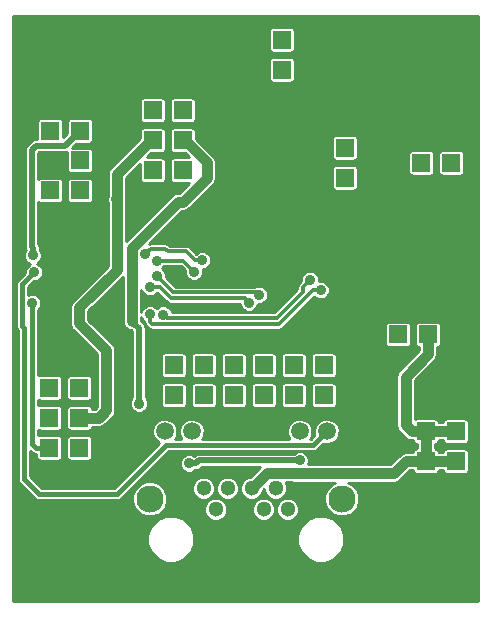
<source format=gbr>
G04 #@! TF.FileFunction,Copper,L1,Top,Signal*
%FSLAX46Y46*%
G04 Gerber Fmt 4.6, Leading zero omitted, Abs format (unit mm)*
G04 Created by KiCad (PCBNEW 4.0.2+e4-6225~38~ubuntu15.10.1-stable) date Út 31. květen 2016, 18:30:28 CEST*
%MOMM*%
G01*
G04 APERTURE LIST*
%ADD10C,0.300000*%
%ADD11C,2.300000*%
%ADD12C,1.300000*%
%ADD13C,1.500000*%
%ADD14R,1.524000X1.524000*%
%ADD15C,6.000000*%
%ADD16C,0.890000*%
%ADD17C,0.900000*%
%ADD18C,0.400000*%
%ADD19C,0.500000*%
%ADD20C,0.254000*%
G04 APERTURE END LIST*
D10*
D11*
X28450000Y9272000D03*
X12190000Y9272000D03*
D12*
X17780000Y8382000D03*
X19810000Y8382000D03*
X21840000Y8382000D03*
X23870000Y8382000D03*
X16760000Y10162000D03*
X18790000Y10162000D03*
X20820000Y10162000D03*
X22850000Y10162000D03*
D13*
X27180000Y14982000D03*
X24890000Y14982000D03*
X15750000Y14982000D03*
X13460000Y14982000D03*
D14*
X35560000Y17526000D03*
X38100000Y17526000D03*
X35560000Y14986000D03*
X38100000Y14986000D03*
X35560000Y12446000D03*
X38100000Y12446000D03*
X35560000Y9906000D03*
X38100000Y9906000D03*
X14224000Y18034000D03*
X14224000Y20574000D03*
X16764000Y18034000D03*
X16764000Y20574000D03*
X19304000Y18034000D03*
X19304000Y20574000D03*
X21844000Y18034000D03*
X21844000Y20574000D03*
X24384000Y18034000D03*
X24384000Y20574000D03*
X26924000Y18034000D03*
X26924000Y20574000D03*
X35179000Y40259000D03*
X37719000Y40259000D03*
X35179000Y37719000D03*
X37719000Y37719000D03*
X35179000Y35179000D03*
X37719000Y35179000D03*
X28702000Y38989000D03*
X28702000Y36449000D03*
X14986000Y37084000D03*
X14986000Y39624000D03*
X14986000Y42164000D03*
X20828000Y45593000D03*
X20828000Y48133000D03*
X23368000Y45593000D03*
X23368000Y48133000D03*
X25908000Y45593000D03*
X25908000Y48133000D03*
X3746500Y37909500D03*
X6286500Y37909500D03*
X6223000Y21209000D03*
X3683000Y21209000D03*
X6223000Y13589000D03*
X3683000Y13589000D03*
X6223000Y16129000D03*
X3683000Y16129000D03*
X6223000Y18669000D03*
X3683000Y18669000D03*
X6223000Y11049000D03*
X3683000Y11049000D03*
D15*
X5080000Y45720000D03*
X35560000Y5080000D03*
X5080000Y5080000D03*
X35560000Y45720000D03*
D14*
X12446000Y37084000D03*
X12446000Y39624000D03*
X12446000Y42164000D03*
X33210500Y23177500D03*
X35750500Y23177500D03*
X6286500Y35369500D03*
X3746500Y35369500D03*
X6299200Y40436800D03*
X3759200Y40436800D03*
D16*
X23114000Y21844000D03*
X23114000Y22733000D03*
X12446000Y21463000D03*
X12700000Y20193000D03*
X16764000Y22034500D03*
X18478500Y22034500D03*
X12700000Y18796000D03*
X24892000Y12509500D03*
X15494000Y12255500D03*
X10673078Y24302720D03*
X11272520Y17332960D03*
X15013002Y34417000D03*
X6212840Y24109681D03*
X9372600Y34625278D03*
X2413000Y28448000D03*
X16637000Y29464000D03*
X11811000Y29972000D03*
X15924765Y28507789D03*
X12775132Y29436956D03*
X21443851Y26542524D03*
X12770702Y28160372D03*
X12192000Y27178000D03*
X20569627Y25875237D03*
X25776627Y27817373D03*
X13322300Y24866600D03*
X26670000Y26924000D03*
X12192000Y24892000D03*
X2225040Y25852120D03*
X2286000Y29870400D03*
D17*
X24318897Y11462001D02*
X24366399Y11414499D01*
X20820000Y10162000D02*
X22120001Y11462001D01*
X22120001Y11462001D02*
X24318897Y11462001D01*
X24366399Y11414499D02*
X32866499Y11414499D01*
X32866499Y11414499D02*
X33898000Y12446000D01*
X33898000Y12446000D02*
X35560000Y12446000D01*
X35560000Y12446000D02*
X38100000Y12446000D01*
X35560000Y12446000D02*
X35560000Y14986000D01*
X35560000Y14986000D02*
X38100000Y14986000D01*
X35750500Y21515500D02*
X35750500Y23177500D01*
X33845500Y19610500D02*
X35750500Y21515500D01*
X33845500Y15494000D02*
X33845500Y19610500D01*
X34353500Y14986000D02*
X33845500Y15494000D01*
X35560000Y14986000D02*
X34353500Y14986000D01*
D18*
X23114000Y22733000D02*
X23124301Y21854301D01*
X23124301Y21854301D02*
X23114000Y21844000D01*
D10*
X12700000Y18796000D02*
X12636500Y21755100D01*
X12146001Y21163001D02*
X12446000Y21463000D01*
X12636500Y21755100D02*
X12146001Y21163001D01*
X18478500Y22034500D02*
X16764000Y22034500D01*
D19*
X24262675Y12509500D02*
X24892000Y12509500D01*
X16377325Y12509500D02*
X24262675Y12509500D01*
X16123325Y12255500D02*
X16377325Y12509500D01*
X15494000Y12255500D02*
X16123325Y12255500D01*
D17*
X14588738Y34417000D02*
X10673078Y30501340D01*
X15013002Y34417000D02*
X14588738Y34417000D01*
D19*
X11272520Y17332960D02*
X11272520Y23703278D01*
D17*
X10673078Y30501340D02*
X10673078Y24726984D01*
D19*
X10973077Y24002721D02*
X10673078Y24302720D01*
D17*
X10673078Y24726984D02*
X10673078Y24302720D01*
D19*
X11272520Y23703278D02*
X10973077Y24002721D01*
D17*
X17018000Y37746002D02*
X17018000Y36421998D01*
X17018000Y36421998D02*
X15013002Y34417000D01*
X14986000Y39624000D02*
X15140002Y39624000D01*
X15140002Y39624000D02*
X17018000Y37746002D01*
X8498949Y21823572D02*
X6512839Y23809682D01*
X8498949Y16742949D02*
X8498949Y21823572D01*
X7885000Y16129000D02*
X8498949Y16742949D01*
X6223000Y16129000D02*
X7885000Y16129000D01*
X6512839Y23809682D02*
X6212840Y24109681D01*
X9398000Y34639640D02*
X9398000Y28671520D01*
X9398000Y28671520D02*
X6212840Y25486360D01*
X6212840Y25486360D02*
X6212840Y24150320D01*
D19*
X9386962Y34639640D02*
X9372600Y34625278D01*
X9398000Y34639640D02*
X9386962Y34639640D01*
D17*
X9398000Y36730002D02*
X9398000Y34639640D01*
X12446000Y39624000D02*
X12291998Y39624000D01*
X12291998Y39624000D02*
X9398000Y36730002D01*
D18*
X1380039Y26035000D02*
X1380039Y23893999D01*
X1380039Y26257721D02*
X1380039Y26035000D01*
X1380039Y26035000D02*
X1380039Y27415039D01*
X1380039Y27415039D02*
X2413000Y28448000D01*
X1525038Y10962960D02*
X1525038Y23749000D01*
X1380039Y23893999D02*
X1525038Y23749000D01*
X9398000Y9652000D02*
X2835998Y9652000D01*
X26029999Y13831999D02*
X13577999Y13831999D01*
X13577999Y13831999D02*
X9398000Y9652000D01*
X27180000Y14982000D02*
X26029999Y13831999D01*
X2835998Y9652000D02*
X1525038Y10962960D01*
D10*
X16637000Y29464000D02*
X16007675Y29464000D01*
X12255999Y30416999D02*
X11811000Y29972000D01*
X16007675Y29464000D02*
X15263973Y30207702D01*
X15263973Y30207702D02*
X13716000Y30207702D01*
X13716000Y30207702D02*
X13506703Y30416999D01*
X13506703Y30416999D02*
X12255999Y30416999D01*
X14732000Y29436956D02*
X12775132Y29436956D01*
X15924765Y28507789D02*
X14995598Y29436956D01*
X14995598Y29436956D02*
X14732000Y29436956D01*
X21443851Y26542524D02*
X21252875Y26733500D01*
X21252875Y26733500D02*
X14197574Y26733500D01*
X14197574Y26733500D02*
X12770702Y28160372D01*
X20569627Y25875237D02*
X20219364Y26225500D01*
X12821325Y27178000D02*
X12192000Y27178000D01*
X20219364Y26225500D02*
X13970000Y26225500D01*
X13970000Y26225500D02*
X13023175Y27172325D01*
X13023175Y27172325D02*
X12827000Y27172325D01*
X12827000Y27172325D02*
X12821325Y27178000D01*
X13322300Y24866600D02*
X13614400Y24574500D01*
X13614400Y24574500D02*
X22950933Y24574500D01*
X22950933Y24574500D02*
X25173440Y26797007D01*
X25173440Y26797007D02*
X25173440Y27214186D01*
X25173440Y27214186D02*
X25776627Y27817373D01*
X26670000Y26924000D02*
X26007567Y26924000D01*
X26007567Y26924000D02*
X23155166Y24071599D01*
X23155166Y24071599D02*
X12383076Y24071599D01*
X12383076Y24071599D02*
X12192000Y24262675D01*
X12192000Y24262675D02*
X12192000Y24892000D01*
D18*
X2225040Y25427856D02*
X2225040Y25852120D01*
X2225040Y13884960D02*
X2225040Y25427856D01*
X2521000Y13589000D02*
X2225040Y13884960D01*
X3683000Y13589000D02*
X2521000Y13589000D01*
D19*
X6299200Y40436800D02*
X6248400Y40436800D01*
X2184400Y38772000D02*
X2184400Y30601325D01*
X6248400Y40436800D02*
X4978400Y39166800D01*
X4978400Y39166800D02*
X2579200Y39166800D01*
X2579200Y39166800D02*
X2184400Y38772000D01*
X2184400Y30601325D02*
X2286000Y30499725D01*
X2286000Y30499725D02*
X2286000Y29870400D01*
D20*
G36*
X40009000Y631000D02*
X631000Y631000D01*
X631000Y5450476D01*
X11992657Y5450476D01*
X12293003Y4723582D01*
X12848657Y4166958D01*
X13575025Y3865344D01*
X14361524Y3864657D01*
X15088418Y4165003D01*
X15645042Y4720657D01*
X15946656Y5447025D01*
X15946659Y5450476D01*
X24692657Y5450476D01*
X24993003Y4723582D01*
X25548657Y4166958D01*
X26275025Y3865344D01*
X27061524Y3864657D01*
X27788418Y4165003D01*
X28345042Y4720657D01*
X28646656Y5447025D01*
X28647343Y6233524D01*
X28346997Y6960418D01*
X27791343Y7517042D01*
X27064975Y7818656D01*
X26278476Y7819343D01*
X25551582Y7518997D01*
X24994958Y6963343D01*
X24693344Y6236975D01*
X24692657Y5450476D01*
X15946659Y5450476D01*
X15947343Y6233524D01*
X15646997Y6960418D01*
X15091343Y7517042D01*
X14364975Y7818656D01*
X13578476Y7819343D01*
X12851582Y7518997D01*
X12294958Y6963343D01*
X11993344Y6236975D01*
X11992657Y5450476D01*
X631000Y5450476D01*
X631000Y8979495D01*
X10712744Y8979495D01*
X10937130Y8436440D01*
X11352254Y8020591D01*
X11894918Y7795257D01*
X12482505Y7794744D01*
X13025560Y8019130D01*
X13195240Y8188515D01*
X16802830Y8188515D01*
X16951256Y7829297D01*
X17225851Y7554222D01*
X17584810Y7405170D01*
X17973485Y7404830D01*
X18332703Y7553256D01*
X18607778Y7827851D01*
X18756830Y8186810D01*
X18756831Y8188515D01*
X20862830Y8188515D01*
X21011256Y7829297D01*
X21285851Y7554222D01*
X21644810Y7405170D01*
X22033485Y7404830D01*
X22392703Y7553256D01*
X22667778Y7827851D01*
X22816830Y8186810D01*
X22816831Y8188515D01*
X22892830Y8188515D01*
X23041256Y7829297D01*
X23315851Y7554222D01*
X23674810Y7405170D01*
X24063485Y7404830D01*
X24422703Y7553256D01*
X24697778Y7827851D01*
X24846830Y8186810D01*
X24847170Y8575485D01*
X24698744Y8934703D01*
X24424149Y9209778D01*
X24065190Y9358830D01*
X23676515Y9359170D01*
X23317297Y9210744D01*
X23042222Y8936149D01*
X22893170Y8577190D01*
X22892830Y8188515D01*
X22816831Y8188515D01*
X22817170Y8575485D01*
X22668744Y8934703D01*
X22394149Y9209778D01*
X22035190Y9358830D01*
X21646515Y9359170D01*
X21287297Y9210744D01*
X21012222Y8936149D01*
X20863170Y8577190D01*
X20862830Y8188515D01*
X18756831Y8188515D01*
X18757170Y8575485D01*
X18608744Y8934703D01*
X18334149Y9209778D01*
X17975190Y9358830D01*
X17586515Y9359170D01*
X17227297Y9210744D01*
X16952222Y8936149D01*
X16803170Y8577190D01*
X16802830Y8188515D01*
X13195240Y8188515D01*
X13441409Y8434254D01*
X13666743Y8976918D01*
X13667256Y9564505D01*
X13500323Y9968515D01*
X15782830Y9968515D01*
X15931256Y9609297D01*
X16205851Y9334222D01*
X16564810Y9185170D01*
X16953485Y9184830D01*
X17312703Y9333256D01*
X17587778Y9607851D01*
X17736830Y9966810D01*
X17736831Y9968515D01*
X17812830Y9968515D01*
X17961256Y9609297D01*
X18235851Y9334222D01*
X18594810Y9185170D01*
X18983485Y9184830D01*
X19342703Y9333256D01*
X19617778Y9607851D01*
X19766830Y9966810D01*
X19767170Y10355485D01*
X19618744Y10714703D01*
X19344149Y10989778D01*
X18985190Y11138830D01*
X18596515Y11139170D01*
X18237297Y10990744D01*
X17962222Y10716149D01*
X17813170Y10357190D01*
X17812830Y9968515D01*
X17736831Y9968515D01*
X17737170Y10355485D01*
X17588744Y10714703D01*
X17314149Y10989778D01*
X16955190Y11138830D01*
X16566515Y11139170D01*
X16207297Y10990744D01*
X15932222Y10716149D01*
X15783170Y10357190D01*
X15782830Y9968515D01*
X13500323Y9968515D01*
X13442870Y10107560D01*
X13027746Y10523409D01*
X12485082Y10748743D01*
X11897495Y10749256D01*
X11354440Y10524870D01*
X10938591Y10109746D01*
X10713257Y9567082D01*
X10712744Y8979495D01*
X631000Y8979495D01*
X631000Y27415039D01*
X853039Y27415039D01*
X853039Y23893999D01*
X893154Y23692324D01*
X998038Y23535356D01*
X998038Y10962960D01*
X1038153Y10761285D01*
X1152393Y10590315D01*
X2463352Y9279355D01*
X2577592Y9203022D01*
X2634324Y9165115D01*
X2835998Y9125000D01*
X9398000Y9125000D01*
X9599675Y9165115D01*
X9770645Y9279355D01*
X12593903Y12102613D01*
X14721867Y12102613D01*
X14839149Y11818769D01*
X15056126Y11601412D01*
X15339766Y11483635D01*
X15646887Y11483367D01*
X15930731Y11600649D01*
X16008718Y11678500D01*
X16123320Y11678500D01*
X16123325Y11678499D01*
X16344133Y11722422D01*
X16531326Y11847499D01*
X16616327Y11932500D01*
X21491656Y11932500D01*
X20698263Y11139107D01*
X20626515Y11139170D01*
X20267297Y10990744D01*
X19992222Y10716149D01*
X19843170Y10357190D01*
X19842830Y9968515D01*
X19991256Y9609297D01*
X20265851Y9334222D01*
X20624810Y9185170D01*
X21013485Y9184830D01*
X21372703Y9333256D01*
X21647778Y9607851D01*
X21796830Y9966810D01*
X21796894Y10040050D01*
X21872959Y10116115D01*
X21872830Y9968515D01*
X22021256Y9609297D01*
X22295851Y9334222D01*
X22654810Y9185170D01*
X23043485Y9184830D01*
X23402703Y9333256D01*
X23677778Y9607851D01*
X23826830Y9966810D01*
X23827170Y10355485D01*
X23691017Y10685001D01*
X24127592Y10685001D01*
X24366399Y10637499D01*
X27887023Y10637499D01*
X27614440Y10524870D01*
X27198591Y10109746D01*
X26973257Y9567082D01*
X26972744Y8979495D01*
X27197130Y8436440D01*
X27612254Y8020591D01*
X28154918Y7795257D01*
X28742505Y7794744D01*
X29285560Y8019130D01*
X29701409Y8434254D01*
X29926743Y8976918D01*
X29927256Y9564505D01*
X29702870Y10107560D01*
X29287746Y10523409D01*
X29012987Y10637499D01*
X32866499Y10637499D01*
X33163844Y10696645D01*
X33415921Y10865077D01*
X34219844Y11669000D01*
X34467416Y11669000D01*
X34487395Y11562821D01*
X34559012Y11451526D01*
X34668286Y11376862D01*
X34798000Y11350594D01*
X36322000Y11350594D01*
X36443179Y11373395D01*
X36554474Y11445012D01*
X36629138Y11554286D01*
X36652368Y11669000D01*
X37007416Y11669000D01*
X37027395Y11562821D01*
X37099012Y11451526D01*
X37208286Y11376862D01*
X37338000Y11350594D01*
X38862000Y11350594D01*
X38983179Y11373395D01*
X39094474Y11445012D01*
X39169138Y11554286D01*
X39195406Y11684000D01*
X39195406Y13208000D01*
X39172605Y13329179D01*
X39100988Y13440474D01*
X38991714Y13515138D01*
X38862000Y13541406D01*
X37338000Y13541406D01*
X37216821Y13518605D01*
X37105526Y13446988D01*
X37030862Y13337714D01*
X37007632Y13223000D01*
X36652584Y13223000D01*
X36632605Y13329179D01*
X36560988Y13440474D01*
X36451714Y13515138D01*
X36337000Y13538368D01*
X36337000Y13893416D01*
X36443179Y13913395D01*
X36554474Y13985012D01*
X36629138Y14094286D01*
X36652368Y14209000D01*
X37007416Y14209000D01*
X37027395Y14102821D01*
X37099012Y13991526D01*
X37208286Y13916862D01*
X37338000Y13890594D01*
X38862000Y13890594D01*
X38983179Y13913395D01*
X39094474Y13985012D01*
X39169138Y14094286D01*
X39195406Y14224000D01*
X39195406Y15748000D01*
X39172605Y15869179D01*
X39100988Y15980474D01*
X38991714Y16055138D01*
X38862000Y16081406D01*
X37338000Y16081406D01*
X37216821Y16058605D01*
X37105526Y15986988D01*
X37030862Y15877714D01*
X37007632Y15763000D01*
X36652584Y15763000D01*
X36632605Y15869179D01*
X36560988Y15980474D01*
X36451714Y16055138D01*
X36322000Y16081406D01*
X34798000Y16081406D01*
X34676821Y16058605D01*
X34622500Y16023650D01*
X34622500Y19288656D01*
X36299922Y20966078D01*
X36468354Y21218155D01*
X36527500Y21515500D01*
X36527500Y22084916D01*
X36633679Y22104895D01*
X36744974Y22176512D01*
X36819638Y22285786D01*
X36845906Y22415500D01*
X36845906Y23939500D01*
X36823105Y24060679D01*
X36751488Y24171974D01*
X36642214Y24246638D01*
X36512500Y24272906D01*
X34988500Y24272906D01*
X34867321Y24250105D01*
X34756026Y24178488D01*
X34681362Y24069214D01*
X34655094Y23939500D01*
X34655094Y22415500D01*
X34677895Y22294321D01*
X34749512Y22183026D01*
X34858786Y22108362D01*
X34973500Y22085132D01*
X34973500Y21837344D01*
X33296078Y20159922D01*
X33127646Y19907845D01*
X33068500Y19610500D01*
X33068500Y15494000D01*
X33127646Y15196655D01*
X33296078Y14944578D01*
X33804078Y14436578D01*
X34056155Y14268146D01*
X34353500Y14209000D01*
X34467416Y14209000D01*
X34487395Y14102821D01*
X34559012Y13991526D01*
X34668286Y13916862D01*
X34783000Y13893632D01*
X34783000Y13538584D01*
X34676821Y13518605D01*
X34565526Y13446988D01*
X34490862Y13337714D01*
X34467632Y13223000D01*
X33898000Y13223000D01*
X33600655Y13163854D01*
X33348578Y12995422D01*
X32544655Y12191499D01*
X25595863Y12191499D01*
X25663865Y12355266D01*
X25664133Y12662387D01*
X25546851Y12946231D01*
X25329874Y13163588D01*
X25046234Y13281365D01*
X24739113Y13281633D01*
X24455269Y13164351D01*
X24377282Y13086500D01*
X16377325Y13086500D01*
X16156517Y13042578D01*
X15969324Y12917501D01*
X15969322Y12917498D01*
X15946630Y12894806D01*
X15931874Y12909588D01*
X15648234Y13027365D01*
X15341113Y13027633D01*
X15057269Y12910351D01*
X14839912Y12693374D01*
X14722135Y12409734D01*
X14721867Y12102613D01*
X12593903Y12102613D01*
X13796289Y13304999D01*
X26029999Y13304999D01*
X26231674Y13345114D01*
X26402644Y13459354D01*
X26882616Y13939326D01*
X26964832Y13905187D01*
X27393289Y13904813D01*
X27789275Y14068431D01*
X28092504Y14371132D01*
X28256813Y14766832D01*
X28257187Y15195289D01*
X28093569Y15591275D01*
X27790868Y15894504D01*
X27395168Y16058813D01*
X26966711Y16059187D01*
X26570725Y15895569D01*
X26267496Y15592868D01*
X26103187Y15197168D01*
X26102813Y14768711D01*
X26137492Y14684782D01*
X25811709Y14358999D01*
X25790350Y14358999D01*
X25802504Y14371132D01*
X25966813Y14766832D01*
X25967187Y15195289D01*
X25803569Y15591275D01*
X25500868Y15894504D01*
X25105168Y16058813D01*
X24676711Y16059187D01*
X24280725Y15895569D01*
X23977496Y15592868D01*
X23813187Y15197168D01*
X23812813Y14768711D01*
X23976431Y14372725D01*
X23990133Y14358999D01*
X16650350Y14358999D01*
X16662504Y14371132D01*
X16826813Y14766832D01*
X16827187Y15195289D01*
X16663569Y15591275D01*
X16360868Y15894504D01*
X15965168Y16058813D01*
X15536711Y16059187D01*
X15140725Y15895569D01*
X14837496Y15592868D01*
X14673187Y15197168D01*
X14672813Y14768711D01*
X14836431Y14372725D01*
X14850133Y14358999D01*
X14360350Y14358999D01*
X14372504Y14371132D01*
X14536813Y14766832D01*
X14537187Y15195289D01*
X14373569Y15591275D01*
X14070868Y15894504D01*
X13675168Y16058813D01*
X13246711Y16059187D01*
X12850725Y15895569D01*
X12547496Y15592868D01*
X12383187Y15197168D01*
X12382813Y14768711D01*
X12546431Y14372725D01*
X12849132Y14069496D01*
X13005342Y14004632D01*
X9179710Y10179000D01*
X3054289Y10179000D01*
X2052038Y11181250D01*
X2052038Y13312671D01*
X2148355Y13216354D01*
X2319326Y13102115D01*
X2521000Y13062000D01*
X2587594Y13062000D01*
X2587594Y12827000D01*
X2610395Y12705821D01*
X2682012Y12594526D01*
X2791286Y12519862D01*
X2921000Y12493594D01*
X4445000Y12493594D01*
X4566179Y12516395D01*
X4677474Y12588012D01*
X4752138Y12697286D01*
X4778406Y12827000D01*
X4778406Y14351000D01*
X5127594Y14351000D01*
X5127594Y12827000D01*
X5150395Y12705821D01*
X5222012Y12594526D01*
X5331286Y12519862D01*
X5461000Y12493594D01*
X6985000Y12493594D01*
X7106179Y12516395D01*
X7217474Y12588012D01*
X7292138Y12697286D01*
X7318406Y12827000D01*
X7318406Y14351000D01*
X7295605Y14472179D01*
X7223988Y14583474D01*
X7114714Y14658138D01*
X6985000Y14684406D01*
X5461000Y14684406D01*
X5339821Y14661605D01*
X5228526Y14589988D01*
X5153862Y14480714D01*
X5127594Y14351000D01*
X4778406Y14351000D01*
X4755605Y14472179D01*
X4683988Y14583474D01*
X4574714Y14658138D01*
X4445000Y14684406D01*
X2921000Y14684406D01*
X2799821Y14661605D01*
X2752040Y14630858D01*
X2752040Y15086678D01*
X2791286Y15059862D01*
X2921000Y15033594D01*
X4445000Y15033594D01*
X4566179Y15056395D01*
X4677474Y15128012D01*
X4752138Y15237286D01*
X4778406Y15367000D01*
X4778406Y16891000D01*
X5127594Y16891000D01*
X5127594Y15367000D01*
X5150395Y15245821D01*
X5222012Y15134526D01*
X5331286Y15059862D01*
X5461000Y15033594D01*
X6985000Y15033594D01*
X7106179Y15056395D01*
X7217474Y15128012D01*
X7292138Y15237286D01*
X7315368Y15352000D01*
X7885000Y15352000D01*
X8182345Y15411146D01*
X8434422Y15579578D01*
X9048371Y16193527D01*
X9216803Y16445604D01*
X9275949Y16742949D01*
X9275949Y21823572D01*
X9216803Y22120917D01*
X9048371Y22372994D01*
X6989840Y24431525D01*
X6989840Y25164516D01*
X9896078Y28070754D01*
X9896078Y24302720D01*
X9901057Y24277691D01*
X9900945Y24149833D01*
X9950202Y24030622D01*
X9955224Y24005375D01*
X9969400Y23984159D01*
X10018227Y23865989D01*
X10109354Y23774702D01*
X10123656Y23753298D01*
X10144873Y23739121D01*
X10235204Y23648632D01*
X10354331Y23599167D01*
X10375733Y23584866D01*
X10400759Y23579888D01*
X10518844Y23530855D01*
X10629037Y23530759D01*
X10695520Y23464276D01*
X10695520Y17847787D01*
X10618432Y17770834D01*
X10500655Y17487194D01*
X10500387Y17180073D01*
X10617669Y16896229D01*
X10834646Y16678872D01*
X11118286Y16561095D01*
X11425407Y16560827D01*
X11709251Y16678109D01*
X11926608Y16895086D01*
X12044385Y17178726D01*
X12044653Y17485847D01*
X11927371Y17769691D01*
X11849520Y17847678D01*
X11849520Y18796000D01*
X13128594Y18796000D01*
X13128594Y17272000D01*
X13151395Y17150821D01*
X13223012Y17039526D01*
X13332286Y16964862D01*
X13462000Y16938594D01*
X14986000Y16938594D01*
X15107179Y16961395D01*
X15218474Y17033012D01*
X15293138Y17142286D01*
X15319406Y17272000D01*
X15319406Y18796000D01*
X15668594Y18796000D01*
X15668594Y17272000D01*
X15691395Y17150821D01*
X15763012Y17039526D01*
X15872286Y16964862D01*
X16002000Y16938594D01*
X17526000Y16938594D01*
X17647179Y16961395D01*
X17758474Y17033012D01*
X17833138Y17142286D01*
X17859406Y17272000D01*
X17859406Y18796000D01*
X18208594Y18796000D01*
X18208594Y17272000D01*
X18231395Y17150821D01*
X18303012Y17039526D01*
X18412286Y16964862D01*
X18542000Y16938594D01*
X20066000Y16938594D01*
X20187179Y16961395D01*
X20298474Y17033012D01*
X20373138Y17142286D01*
X20399406Y17272000D01*
X20399406Y18796000D01*
X20748594Y18796000D01*
X20748594Y17272000D01*
X20771395Y17150821D01*
X20843012Y17039526D01*
X20952286Y16964862D01*
X21082000Y16938594D01*
X22606000Y16938594D01*
X22727179Y16961395D01*
X22838474Y17033012D01*
X22913138Y17142286D01*
X22939406Y17272000D01*
X22939406Y18796000D01*
X23288594Y18796000D01*
X23288594Y17272000D01*
X23311395Y17150821D01*
X23383012Y17039526D01*
X23492286Y16964862D01*
X23622000Y16938594D01*
X25146000Y16938594D01*
X25267179Y16961395D01*
X25378474Y17033012D01*
X25453138Y17142286D01*
X25479406Y17272000D01*
X25479406Y18796000D01*
X25828594Y18796000D01*
X25828594Y17272000D01*
X25851395Y17150821D01*
X25923012Y17039526D01*
X26032286Y16964862D01*
X26162000Y16938594D01*
X27686000Y16938594D01*
X27807179Y16961395D01*
X27918474Y17033012D01*
X27993138Y17142286D01*
X28019406Y17272000D01*
X28019406Y18796000D01*
X27996605Y18917179D01*
X27924988Y19028474D01*
X27815714Y19103138D01*
X27686000Y19129406D01*
X26162000Y19129406D01*
X26040821Y19106605D01*
X25929526Y19034988D01*
X25854862Y18925714D01*
X25828594Y18796000D01*
X25479406Y18796000D01*
X25456605Y18917179D01*
X25384988Y19028474D01*
X25275714Y19103138D01*
X25146000Y19129406D01*
X23622000Y19129406D01*
X23500821Y19106605D01*
X23389526Y19034988D01*
X23314862Y18925714D01*
X23288594Y18796000D01*
X22939406Y18796000D01*
X22916605Y18917179D01*
X22844988Y19028474D01*
X22735714Y19103138D01*
X22606000Y19129406D01*
X21082000Y19129406D01*
X20960821Y19106605D01*
X20849526Y19034988D01*
X20774862Y18925714D01*
X20748594Y18796000D01*
X20399406Y18796000D01*
X20376605Y18917179D01*
X20304988Y19028474D01*
X20195714Y19103138D01*
X20066000Y19129406D01*
X18542000Y19129406D01*
X18420821Y19106605D01*
X18309526Y19034988D01*
X18234862Y18925714D01*
X18208594Y18796000D01*
X17859406Y18796000D01*
X17836605Y18917179D01*
X17764988Y19028474D01*
X17655714Y19103138D01*
X17526000Y19129406D01*
X16002000Y19129406D01*
X15880821Y19106605D01*
X15769526Y19034988D01*
X15694862Y18925714D01*
X15668594Y18796000D01*
X15319406Y18796000D01*
X15296605Y18917179D01*
X15224988Y19028474D01*
X15115714Y19103138D01*
X14986000Y19129406D01*
X13462000Y19129406D01*
X13340821Y19106605D01*
X13229526Y19034988D01*
X13154862Y18925714D01*
X13128594Y18796000D01*
X11849520Y18796000D01*
X11849520Y21336000D01*
X13128594Y21336000D01*
X13128594Y19812000D01*
X13151395Y19690821D01*
X13223012Y19579526D01*
X13332286Y19504862D01*
X13462000Y19478594D01*
X14986000Y19478594D01*
X15107179Y19501395D01*
X15218474Y19573012D01*
X15293138Y19682286D01*
X15319406Y19812000D01*
X15319406Y21336000D01*
X15668594Y21336000D01*
X15668594Y19812000D01*
X15691395Y19690821D01*
X15763012Y19579526D01*
X15872286Y19504862D01*
X16002000Y19478594D01*
X17526000Y19478594D01*
X17647179Y19501395D01*
X17758474Y19573012D01*
X17833138Y19682286D01*
X17859406Y19812000D01*
X17859406Y21336000D01*
X18208594Y21336000D01*
X18208594Y19812000D01*
X18231395Y19690821D01*
X18303012Y19579526D01*
X18412286Y19504862D01*
X18542000Y19478594D01*
X20066000Y19478594D01*
X20187179Y19501395D01*
X20298474Y19573012D01*
X20373138Y19682286D01*
X20399406Y19812000D01*
X20399406Y21336000D01*
X20748594Y21336000D01*
X20748594Y19812000D01*
X20771395Y19690821D01*
X20843012Y19579526D01*
X20952286Y19504862D01*
X21082000Y19478594D01*
X22606000Y19478594D01*
X22727179Y19501395D01*
X22838474Y19573012D01*
X22913138Y19682286D01*
X22939406Y19812000D01*
X22939406Y21336000D01*
X23288594Y21336000D01*
X23288594Y19812000D01*
X23311395Y19690821D01*
X23383012Y19579526D01*
X23492286Y19504862D01*
X23622000Y19478594D01*
X25146000Y19478594D01*
X25267179Y19501395D01*
X25378474Y19573012D01*
X25453138Y19682286D01*
X25479406Y19812000D01*
X25479406Y21336000D01*
X25828594Y21336000D01*
X25828594Y19812000D01*
X25851395Y19690821D01*
X25923012Y19579526D01*
X26032286Y19504862D01*
X26162000Y19478594D01*
X27686000Y19478594D01*
X27807179Y19501395D01*
X27918474Y19573012D01*
X27993138Y19682286D01*
X28019406Y19812000D01*
X28019406Y21336000D01*
X27996605Y21457179D01*
X27924988Y21568474D01*
X27815714Y21643138D01*
X27686000Y21669406D01*
X26162000Y21669406D01*
X26040821Y21646605D01*
X25929526Y21574988D01*
X25854862Y21465714D01*
X25828594Y21336000D01*
X25479406Y21336000D01*
X25456605Y21457179D01*
X25384988Y21568474D01*
X25275714Y21643138D01*
X25146000Y21669406D01*
X23622000Y21669406D01*
X23500821Y21646605D01*
X23389526Y21574988D01*
X23314862Y21465714D01*
X23288594Y21336000D01*
X22939406Y21336000D01*
X22916605Y21457179D01*
X22844988Y21568474D01*
X22735714Y21643138D01*
X22606000Y21669406D01*
X21082000Y21669406D01*
X20960821Y21646605D01*
X20849526Y21574988D01*
X20774862Y21465714D01*
X20748594Y21336000D01*
X20399406Y21336000D01*
X20376605Y21457179D01*
X20304988Y21568474D01*
X20195714Y21643138D01*
X20066000Y21669406D01*
X18542000Y21669406D01*
X18420821Y21646605D01*
X18309526Y21574988D01*
X18234862Y21465714D01*
X18208594Y21336000D01*
X17859406Y21336000D01*
X17836605Y21457179D01*
X17764988Y21568474D01*
X17655714Y21643138D01*
X17526000Y21669406D01*
X16002000Y21669406D01*
X15880821Y21646605D01*
X15769526Y21574988D01*
X15694862Y21465714D01*
X15668594Y21336000D01*
X15319406Y21336000D01*
X15296605Y21457179D01*
X15224988Y21568474D01*
X15115714Y21643138D01*
X14986000Y21669406D01*
X13462000Y21669406D01*
X13340821Y21646605D01*
X13229526Y21574988D01*
X13154862Y21465714D01*
X13128594Y21336000D01*
X11849520Y21336000D01*
X11849520Y23703278D01*
X11805598Y23924086D01*
X11680521Y24111279D01*
X11680518Y24111281D01*
X11450078Y24341722D01*
X11450078Y24665997D01*
X11537149Y24455269D01*
X11715000Y24277107D01*
X11715000Y24262675D01*
X11751309Y24080135D01*
X11854710Y23925385D01*
X12045786Y23734309D01*
X12200535Y23630908D01*
X12383076Y23594599D01*
X23155166Y23594599D01*
X23337706Y23630908D01*
X23492456Y23734309D01*
X23697647Y23939500D01*
X32115094Y23939500D01*
X32115094Y22415500D01*
X32137895Y22294321D01*
X32209512Y22183026D01*
X32318786Y22108362D01*
X32448500Y22082094D01*
X33972500Y22082094D01*
X34093679Y22104895D01*
X34204974Y22176512D01*
X34279638Y22285786D01*
X34305906Y22415500D01*
X34305906Y23939500D01*
X34283105Y24060679D01*
X34211488Y24171974D01*
X34102214Y24246638D01*
X33972500Y24272906D01*
X32448500Y24272906D01*
X32327321Y24250105D01*
X32216026Y24178488D01*
X32141362Y24069214D01*
X32115094Y23939500D01*
X23697647Y23939500D01*
X26130182Y26372035D01*
X26232126Y26269912D01*
X26515766Y26152135D01*
X26822887Y26151867D01*
X27106731Y26269149D01*
X27324088Y26486126D01*
X27441865Y26769766D01*
X27442133Y27076887D01*
X27324851Y27360731D01*
X27107874Y27578088D01*
X26824234Y27695865D01*
X26548521Y27696106D01*
X26548760Y27970260D01*
X26431478Y28254104D01*
X26214501Y28471461D01*
X25930861Y28589238D01*
X25623740Y28589506D01*
X25339896Y28472224D01*
X25122539Y28255247D01*
X25004762Y27971607D01*
X25004542Y27719868D01*
X24836150Y27551476D01*
X24732749Y27396726D01*
X24696440Y27214186D01*
X24696440Y26994587D01*
X22753353Y25051500D01*
X14081205Y25051500D01*
X13977151Y25303331D01*
X13760174Y25520688D01*
X13476534Y25638465D01*
X13169413Y25638733D01*
X12885569Y25521451D01*
X12769816Y25405901D01*
X12629874Y25546088D01*
X12346234Y25663865D01*
X12039113Y25664133D01*
X11755269Y25546851D01*
X11537912Y25329874D01*
X11450078Y25118345D01*
X11450078Y26951997D01*
X11537149Y26741269D01*
X11754126Y26523912D01*
X12037766Y26406135D01*
X12344887Y26405867D01*
X12628731Y26523149D01*
X12805494Y26699603D01*
X12825246Y26695674D01*
X13632710Y25888210D01*
X13787460Y25784809D01*
X13970000Y25748500D01*
X19797517Y25748500D01*
X19797494Y25722350D01*
X19914776Y25438506D01*
X20131753Y25221149D01*
X20415393Y25103372D01*
X20722514Y25103104D01*
X21006358Y25220386D01*
X21223715Y25437363D01*
X21341492Y25721003D01*
X21341535Y25770614D01*
X21596738Y25770391D01*
X21880582Y25887673D01*
X22097939Y26104650D01*
X22215716Y26388290D01*
X22215984Y26695411D01*
X22098702Y26979255D01*
X21881725Y27196612D01*
X21598085Y27314389D01*
X21290964Y27314657D01*
X21038885Y27210500D01*
X14395154Y27210500D01*
X13542617Y28063037D01*
X13542835Y28313259D01*
X13425553Y28597103D01*
X13226394Y28796611D01*
X13390025Y28959956D01*
X14798018Y28959956D01*
X15152850Y28605124D01*
X15152632Y28354902D01*
X15269914Y28071058D01*
X15486891Y27853701D01*
X15770531Y27735924D01*
X16077652Y27735656D01*
X16361496Y27852938D01*
X16578853Y28069915D01*
X16696630Y28353555D01*
X16696898Y28660676D01*
X16683972Y28691959D01*
X16789887Y28691867D01*
X17073731Y28809149D01*
X17291088Y29026126D01*
X17408865Y29309766D01*
X17409133Y29616887D01*
X17291851Y29900731D01*
X17074874Y30118088D01*
X16791234Y30235865D01*
X16484113Y30236133D01*
X16200269Y30118851D01*
X16113761Y30032494D01*
X15601263Y30544992D01*
X15446513Y30648393D01*
X15263973Y30684702D01*
X13913580Y30684702D01*
X13843993Y30754289D01*
X13689243Y30857690D01*
X13506703Y30893999D01*
X12255999Y30893999D01*
X12141882Y30871300D01*
X14910582Y33640000D01*
X15013002Y33640000D01*
X15038031Y33644979D01*
X15165889Y33644867D01*
X15285100Y33694124D01*
X15310347Y33699146D01*
X15331563Y33713322D01*
X15449733Y33762149D01*
X15541020Y33853276D01*
X15562424Y33867578D01*
X17567422Y35872576D01*
X17735854Y36124653D01*
X17795000Y36421998D01*
X17795000Y37211000D01*
X27606594Y37211000D01*
X27606594Y35687000D01*
X27629395Y35565821D01*
X27701012Y35454526D01*
X27810286Y35379862D01*
X27940000Y35353594D01*
X29464000Y35353594D01*
X29585179Y35376395D01*
X29696474Y35448012D01*
X29771138Y35557286D01*
X29797406Y35687000D01*
X29797406Y37211000D01*
X29774605Y37332179D01*
X29702988Y37443474D01*
X29593714Y37518138D01*
X29464000Y37544406D01*
X27940000Y37544406D01*
X27818821Y37521605D01*
X27707526Y37449988D01*
X27632862Y37340714D01*
X27606594Y37211000D01*
X17795000Y37211000D01*
X17795000Y37746002D01*
X17735854Y38043347D01*
X17567422Y38295424D01*
X16111846Y39751000D01*
X27606594Y39751000D01*
X27606594Y38227000D01*
X27629395Y38105821D01*
X27701012Y37994526D01*
X27810286Y37919862D01*
X27940000Y37893594D01*
X29464000Y37893594D01*
X29585179Y37916395D01*
X29696474Y37988012D01*
X29771138Y38097286D01*
X29797406Y38227000D01*
X29797406Y38481000D01*
X34083594Y38481000D01*
X34083594Y36957000D01*
X34106395Y36835821D01*
X34178012Y36724526D01*
X34287286Y36649862D01*
X34417000Y36623594D01*
X35941000Y36623594D01*
X36062179Y36646395D01*
X36173474Y36718012D01*
X36248138Y36827286D01*
X36274406Y36957000D01*
X36274406Y38481000D01*
X36623594Y38481000D01*
X36623594Y36957000D01*
X36646395Y36835821D01*
X36718012Y36724526D01*
X36827286Y36649862D01*
X36957000Y36623594D01*
X38481000Y36623594D01*
X38602179Y36646395D01*
X38713474Y36718012D01*
X38788138Y36827286D01*
X38814406Y36957000D01*
X38814406Y38481000D01*
X38791605Y38602179D01*
X38719988Y38713474D01*
X38610714Y38788138D01*
X38481000Y38814406D01*
X36957000Y38814406D01*
X36835821Y38791605D01*
X36724526Y38719988D01*
X36649862Y38610714D01*
X36623594Y38481000D01*
X36274406Y38481000D01*
X36251605Y38602179D01*
X36179988Y38713474D01*
X36070714Y38788138D01*
X35941000Y38814406D01*
X34417000Y38814406D01*
X34295821Y38791605D01*
X34184526Y38719988D01*
X34109862Y38610714D01*
X34083594Y38481000D01*
X29797406Y38481000D01*
X29797406Y39751000D01*
X29774605Y39872179D01*
X29702988Y39983474D01*
X29593714Y40058138D01*
X29464000Y40084406D01*
X27940000Y40084406D01*
X27818821Y40061605D01*
X27707526Y39989988D01*
X27632862Y39880714D01*
X27606594Y39751000D01*
X16111846Y39751000D01*
X16081406Y39781440D01*
X16081406Y40386000D01*
X16058605Y40507179D01*
X15986988Y40618474D01*
X15877714Y40693138D01*
X15748000Y40719406D01*
X14224000Y40719406D01*
X14102821Y40696605D01*
X13991526Y40624988D01*
X13916862Y40515714D01*
X13890594Y40386000D01*
X13890594Y38862000D01*
X13913395Y38740821D01*
X13985012Y38629526D01*
X14094286Y38554862D01*
X14224000Y38528594D01*
X15136564Y38528594D01*
X15485752Y38179406D01*
X14224000Y38179406D01*
X14102821Y38156605D01*
X13991526Y38084988D01*
X13916862Y37975714D01*
X13890594Y37846000D01*
X13890594Y36322000D01*
X13913395Y36200821D01*
X13985012Y36089526D01*
X14094286Y36014862D01*
X14224000Y35988594D01*
X15485752Y35988594D01*
X14691158Y35194000D01*
X14588738Y35194000D01*
X14291393Y35134854D01*
X14039316Y34966422D01*
X10175000Y31102106D01*
X10175000Y36408158D01*
X11350594Y37583752D01*
X11350594Y36322000D01*
X11373395Y36200821D01*
X11445012Y36089526D01*
X11554286Y36014862D01*
X11684000Y35988594D01*
X13208000Y35988594D01*
X13329179Y36011395D01*
X13440474Y36083012D01*
X13515138Y36192286D01*
X13541406Y36322000D01*
X13541406Y37846000D01*
X13518605Y37967179D01*
X13446988Y38078474D01*
X13337714Y38153138D01*
X13208000Y38179406D01*
X11946248Y38179406D01*
X12295436Y38528594D01*
X13208000Y38528594D01*
X13329179Y38551395D01*
X13440474Y38623012D01*
X13515138Y38732286D01*
X13541406Y38862000D01*
X13541406Y40386000D01*
X13518605Y40507179D01*
X13446988Y40618474D01*
X13337714Y40693138D01*
X13208000Y40719406D01*
X11684000Y40719406D01*
X11562821Y40696605D01*
X11451526Y40624988D01*
X11376862Y40515714D01*
X11350594Y40386000D01*
X11350594Y39781440D01*
X8848578Y37279424D01*
X8680146Y37027347D01*
X8621000Y36730002D01*
X8621000Y34828316D01*
X8600735Y34779512D01*
X8600467Y34472391D01*
X8621000Y34422697D01*
X8621000Y28993364D01*
X5663418Y26035782D01*
X5494986Y25783705D01*
X5435840Y25486360D01*
X5435840Y24150320D01*
X5439882Y24130001D01*
X5435840Y24109681D01*
X5440819Y24084652D01*
X5440707Y23956794D01*
X5489964Y23837583D01*
X5494986Y23812336D01*
X5509162Y23791120D01*
X5557989Y23672950D01*
X5649116Y23581663D01*
X5663418Y23560259D01*
X7721949Y21501728D01*
X7721949Y17064793D01*
X7563156Y16906000D01*
X7315584Y16906000D01*
X7295605Y17012179D01*
X7223988Y17123474D01*
X7114714Y17198138D01*
X6985000Y17224406D01*
X5461000Y17224406D01*
X5339821Y17201605D01*
X5228526Y17129988D01*
X5153862Y17020714D01*
X5127594Y16891000D01*
X4778406Y16891000D01*
X4755605Y17012179D01*
X4683988Y17123474D01*
X4574714Y17198138D01*
X4445000Y17224406D01*
X2921000Y17224406D01*
X2799821Y17201605D01*
X2752040Y17170858D01*
X2752040Y17626678D01*
X2791286Y17599862D01*
X2921000Y17573594D01*
X4445000Y17573594D01*
X4566179Y17596395D01*
X4677474Y17668012D01*
X4752138Y17777286D01*
X4778406Y17907000D01*
X4778406Y19431000D01*
X5127594Y19431000D01*
X5127594Y17907000D01*
X5150395Y17785821D01*
X5222012Y17674526D01*
X5331286Y17599862D01*
X5461000Y17573594D01*
X6985000Y17573594D01*
X7106179Y17596395D01*
X7217474Y17668012D01*
X7292138Y17777286D01*
X7318406Y17907000D01*
X7318406Y19431000D01*
X7295605Y19552179D01*
X7223988Y19663474D01*
X7114714Y19738138D01*
X6985000Y19764406D01*
X5461000Y19764406D01*
X5339821Y19741605D01*
X5228526Y19669988D01*
X5153862Y19560714D01*
X5127594Y19431000D01*
X4778406Y19431000D01*
X4755605Y19552179D01*
X4683988Y19663474D01*
X4574714Y19738138D01*
X4445000Y19764406D01*
X2921000Y19764406D01*
X2799821Y19741605D01*
X2752040Y19710858D01*
X2752040Y25287380D01*
X2879128Y25414246D01*
X2996905Y25697886D01*
X2997173Y26005007D01*
X2879891Y26288851D01*
X2662914Y26506208D01*
X2379274Y26623985D01*
X2072153Y26624253D01*
X1907039Y26556029D01*
X1907039Y27196749D01*
X2386314Y27676024D01*
X2565887Y27675867D01*
X2849731Y27793149D01*
X3067088Y28010126D01*
X3184865Y28293766D01*
X3185133Y28600887D01*
X3067851Y28884731D01*
X2850874Y29102088D01*
X2650001Y29185497D01*
X2722731Y29215549D01*
X2940088Y29432526D01*
X3057865Y29716166D01*
X3058133Y30023287D01*
X2940851Y30307131D01*
X2863000Y30385118D01*
X2863000Y30499725D01*
X2819078Y30720533D01*
X2761400Y30806855D01*
X2761400Y34364170D01*
X2854786Y34300362D01*
X2984500Y34274094D01*
X4508500Y34274094D01*
X4629679Y34296895D01*
X4740974Y34368512D01*
X4815638Y34477786D01*
X4841906Y34607500D01*
X4841906Y36131500D01*
X5191094Y36131500D01*
X5191094Y34607500D01*
X5213895Y34486321D01*
X5285512Y34375026D01*
X5394786Y34300362D01*
X5524500Y34274094D01*
X7048500Y34274094D01*
X7169679Y34296895D01*
X7280974Y34368512D01*
X7355638Y34477786D01*
X7381906Y34607500D01*
X7381906Y36131500D01*
X7359105Y36252679D01*
X7287488Y36363974D01*
X7178214Y36438638D01*
X7048500Y36464906D01*
X5524500Y36464906D01*
X5403321Y36442105D01*
X5292026Y36370488D01*
X5217362Y36261214D01*
X5191094Y36131500D01*
X4841906Y36131500D01*
X4819105Y36252679D01*
X4747488Y36363974D01*
X4638214Y36438638D01*
X4508500Y36464906D01*
X2984500Y36464906D01*
X2863321Y36442105D01*
X2761400Y36376520D01*
X2761400Y38532998D01*
X2818201Y38589800D01*
X4978395Y38589800D01*
X4978400Y38589799D01*
X5191094Y38632108D01*
X5191094Y37147500D01*
X5213895Y37026321D01*
X5285512Y36915026D01*
X5394786Y36840362D01*
X5524500Y36814094D01*
X7048500Y36814094D01*
X7169679Y36836895D01*
X7280974Y36908512D01*
X7355638Y37017786D01*
X7381906Y37147500D01*
X7381906Y38671500D01*
X7359105Y38792679D01*
X7287488Y38903974D01*
X7178214Y38978638D01*
X7048500Y39004906D01*
X5632508Y39004906D01*
X5968996Y39341394D01*
X7061200Y39341394D01*
X7182379Y39364195D01*
X7293674Y39435812D01*
X7368338Y39545086D01*
X7394606Y39674800D01*
X7394606Y41198800D01*
X7371805Y41319979D01*
X7300188Y41431274D01*
X7190914Y41505938D01*
X7061200Y41532206D01*
X5537200Y41532206D01*
X5416021Y41509405D01*
X5304726Y41437788D01*
X5230062Y41328514D01*
X5203794Y41198800D01*
X5203794Y40208196D01*
X4854606Y39859008D01*
X4854606Y41198800D01*
X4831805Y41319979D01*
X4760188Y41431274D01*
X4650914Y41505938D01*
X4521200Y41532206D01*
X2997200Y41532206D01*
X2876021Y41509405D01*
X2764726Y41437788D01*
X2690062Y41328514D01*
X2663794Y41198800D01*
X2663794Y39743800D01*
X2579205Y39743800D01*
X2579200Y39743801D01*
X2358392Y39699878D01*
X2171199Y39574801D01*
X2171197Y39574798D01*
X1776399Y39180001D01*
X1651322Y38992808D01*
X1607399Y38772000D01*
X1607400Y38771995D01*
X1607400Y30601330D01*
X1607399Y30601325D01*
X1651322Y30380517D01*
X1672512Y30348803D01*
X1631912Y30308274D01*
X1514135Y30024634D01*
X1513867Y29717513D01*
X1631149Y29433669D01*
X1848126Y29216312D01*
X2048999Y29132903D01*
X1976269Y29102851D01*
X1758912Y28885874D01*
X1641135Y28602234D01*
X1640977Y28421268D01*
X1007394Y27787684D01*
X893154Y27616714D01*
X871037Y27505521D01*
X853039Y27415039D01*
X631000Y27415039D01*
X631000Y42926000D01*
X11350594Y42926000D01*
X11350594Y41402000D01*
X11373395Y41280821D01*
X11445012Y41169526D01*
X11554286Y41094862D01*
X11684000Y41068594D01*
X13208000Y41068594D01*
X13329179Y41091395D01*
X13440474Y41163012D01*
X13515138Y41272286D01*
X13541406Y41402000D01*
X13541406Y42926000D01*
X13890594Y42926000D01*
X13890594Y41402000D01*
X13913395Y41280821D01*
X13985012Y41169526D01*
X14094286Y41094862D01*
X14224000Y41068594D01*
X15748000Y41068594D01*
X15869179Y41091395D01*
X15980474Y41163012D01*
X16055138Y41272286D01*
X16081406Y41402000D01*
X16081406Y42926000D01*
X16058605Y43047179D01*
X15986988Y43158474D01*
X15877714Y43233138D01*
X15748000Y43259406D01*
X14224000Y43259406D01*
X14102821Y43236605D01*
X13991526Y43164988D01*
X13916862Y43055714D01*
X13890594Y42926000D01*
X13541406Y42926000D01*
X13518605Y43047179D01*
X13446988Y43158474D01*
X13337714Y43233138D01*
X13208000Y43259406D01*
X11684000Y43259406D01*
X11562821Y43236605D01*
X11451526Y43164988D01*
X11376862Y43055714D01*
X11350594Y42926000D01*
X631000Y42926000D01*
X631000Y46355000D01*
X22272594Y46355000D01*
X22272594Y44831000D01*
X22295395Y44709821D01*
X22367012Y44598526D01*
X22476286Y44523862D01*
X22606000Y44497594D01*
X24130000Y44497594D01*
X24251179Y44520395D01*
X24362474Y44592012D01*
X24437138Y44701286D01*
X24463406Y44831000D01*
X24463406Y46355000D01*
X24440605Y46476179D01*
X24368988Y46587474D01*
X24259714Y46662138D01*
X24130000Y46688406D01*
X22606000Y46688406D01*
X22484821Y46665605D01*
X22373526Y46593988D01*
X22298862Y46484714D01*
X22272594Y46355000D01*
X631000Y46355000D01*
X631000Y48895000D01*
X22272594Y48895000D01*
X22272594Y47371000D01*
X22295395Y47249821D01*
X22367012Y47138526D01*
X22476286Y47063862D01*
X22606000Y47037594D01*
X24130000Y47037594D01*
X24251179Y47060395D01*
X24362474Y47132012D01*
X24437138Y47241286D01*
X24463406Y47371000D01*
X24463406Y48895000D01*
X24440605Y49016179D01*
X24368988Y49127474D01*
X24259714Y49202138D01*
X24130000Y49228406D01*
X22606000Y49228406D01*
X22484821Y49205605D01*
X22373526Y49133988D01*
X22298862Y49024714D01*
X22272594Y48895000D01*
X631000Y48895000D01*
X631000Y50169000D01*
X40009000Y50169000D01*
X40009000Y631000D01*
X40009000Y631000D01*
G37*
X40009000Y631000D02*
X631000Y631000D01*
X631000Y5450476D01*
X11992657Y5450476D01*
X12293003Y4723582D01*
X12848657Y4166958D01*
X13575025Y3865344D01*
X14361524Y3864657D01*
X15088418Y4165003D01*
X15645042Y4720657D01*
X15946656Y5447025D01*
X15946659Y5450476D01*
X24692657Y5450476D01*
X24993003Y4723582D01*
X25548657Y4166958D01*
X26275025Y3865344D01*
X27061524Y3864657D01*
X27788418Y4165003D01*
X28345042Y4720657D01*
X28646656Y5447025D01*
X28647343Y6233524D01*
X28346997Y6960418D01*
X27791343Y7517042D01*
X27064975Y7818656D01*
X26278476Y7819343D01*
X25551582Y7518997D01*
X24994958Y6963343D01*
X24693344Y6236975D01*
X24692657Y5450476D01*
X15946659Y5450476D01*
X15947343Y6233524D01*
X15646997Y6960418D01*
X15091343Y7517042D01*
X14364975Y7818656D01*
X13578476Y7819343D01*
X12851582Y7518997D01*
X12294958Y6963343D01*
X11993344Y6236975D01*
X11992657Y5450476D01*
X631000Y5450476D01*
X631000Y8979495D01*
X10712744Y8979495D01*
X10937130Y8436440D01*
X11352254Y8020591D01*
X11894918Y7795257D01*
X12482505Y7794744D01*
X13025560Y8019130D01*
X13195240Y8188515D01*
X16802830Y8188515D01*
X16951256Y7829297D01*
X17225851Y7554222D01*
X17584810Y7405170D01*
X17973485Y7404830D01*
X18332703Y7553256D01*
X18607778Y7827851D01*
X18756830Y8186810D01*
X18756831Y8188515D01*
X20862830Y8188515D01*
X21011256Y7829297D01*
X21285851Y7554222D01*
X21644810Y7405170D01*
X22033485Y7404830D01*
X22392703Y7553256D01*
X22667778Y7827851D01*
X22816830Y8186810D01*
X22816831Y8188515D01*
X22892830Y8188515D01*
X23041256Y7829297D01*
X23315851Y7554222D01*
X23674810Y7405170D01*
X24063485Y7404830D01*
X24422703Y7553256D01*
X24697778Y7827851D01*
X24846830Y8186810D01*
X24847170Y8575485D01*
X24698744Y8934703D01*
X24424149Y9209778D01*
X24065190Y9358830D01*
X23676515Y9359170D01*
X23317297Y9210744D01*
X23042222Y8936149D01*
X22893170Y8577190D01*
X22892830Y8188515D01*
X22816831Y8188515D01*
X22817170Y8575485D01*
X22668744Y8934703D01*
X22394149Y9209778D01*
X22035190Y9358830D01*
X21646515Y9359170D01*
X21287297Y9210744D01*
X21012222Y8936149D01*
X20863170Y8577190D01*
X20862830Y8188515D01*
X18756831Y8188515D01*
X18757170Y8575485D01*
X18608744Y8934703D01*
X18334149Y9209778D01*
X17975190Y9358830D01*
X17586515Y9359170D01*
X17227297Y9210744D01*
X16952222Y8936149D01*
X16803170Y8577190D01*
X16802830Y8188515D01*
X13195240Y8188515D01*
X13441409Y8434254D01*
X13666743Y8976918D01*
X13667256Y9564505D01*
X13500323Y9968515D01*
X15782830Y9968515D01*
X15931256Y9609297D01*
X16205851Y9334222D01*
X16564810Y9185170D01*
X16953485Y9184830D01*
X17312703Y9333256D01*
X17587778Y9607851D01*
X17736830Y9966810D01*
X17736831Y9968515D01*
X17812830Y9968515D01*
X17961256Y9609297D01*
X18235851Y9334222D01*
X18594810Y9185170D01*
X18983485Y9184830D01*
X19342703Y9333256D01*
X19617778Y9607851D01*
X19766830Y9966810D01*
X19767170Y10355485D01*
X19618744Y10714703D01*
X19344149Y10989778D01*
X18985190Y11138830D01*
X18596515Y11139170D01*
X18237297Y10990744D01*
X17962222Y10716149D01*
X17813170Y10357190D01*
X17812830Y9968515D01*
X17736831Y9968515D01*
X17737170Y10355485D01*
X17588744Y10714703D01*
X17314149Y10989778D01*
X16955190Y11138830D01*
X16566515Y11139170D01*
X16207297Y10990744D01*
X15932222Y10716149D01*
X15783170Y10357190D01*
X15782830Y9968515D01*
X13500323Y9968515D01*
X13442870Y10107560D01*
X13027746Y10523409D01*
X12485082Y10748743D01*
X11897495Y10749256D01*
X11354440Y10524870D01*
X10938591Y10109746D01*
X10713257Y9567082D01*
X10712744Y8979495D01*
X631000Y8979495D01*
X631000Y27415039D01*
X853039Y27415039D01*
X853039Y23893999D01*
X893154Y23692324D01*
X998038Y23535356D01*
X998038Y10962960D01*
X1038153Y10761285D01*
X1152393Y10590315D01*
X2463352Y9279355D01*
X2577592Y9203022D01*
X2634324Y9165115D01*
X2835998Y9125000D01*
X9398000Y9125000D01*
X9599675Y9165115D01*
X9770645Y9279355D01*
X12593903Y12102613D01*
X14721867Y12102613D01*
X14839149Y11818769D01*
X15056126Y11601412D01*
X15339766Y11483635D01*
X15646887Y11483367D01*
X15930731Y11600649D01*
X16008718Y11678500D01*
X16123320Y11678500D01*
X16123325Y11678499D01*
X16344133Y11722422D01*
X16531326Y11847499D01*
X16616327Y11932500D01*
X21491656Y11932500D01*
X20698263Y11139107D01*
X20626515Y11139170D01*
X20267297Y10990744D01*
X19992222Y10716149D01*
X19843170Y10357190D01*
X19842830Y9968515D01*
X19991256Y9609297D01*
X20265851Y9334222D01*
X20624810Y9185170D01*
X21013485Y9184830D01*
X21372703Y9333256D01*
X21647778Y9607851D01*
X21796830Y9966810D01*
X21796894Y10040050D01*
X21872959Y10116115D01*
X21872830Y9968515D01*
X22021256Y9609297D01*
X22295851Y9334222D01*
X22654810Y9185170D01*
X23043485Y9184830D01*
X23402703Y9333256D01*
X23677778Y9607851D01*
X23826830Y9966810D01*
X23827170Y10355485D01*
X23691017Y10685001D01*
X24127592Y10685001D01*
X24366399Y10637499D01*
X27887023Y10637499D01*
X27614440Y10524870D01*
X27198591Y10109746D01*
X26973257Y9567082D01*
X26972744Y8979495D01*
X27197130Y8436440D01*
X27612254Y8020591D01*
X28154918Y7795257D01*
X28742505Y7794744D01*
X29285560Y8019130D01*
X29701409Y8434254D01*
X29926743Y8976918D01*
X29927256Y9564505D01*
X29702870Y10107560D01*
X29287746Y10523409D01*
X29012987Y10637499D01*
X32866499Y10637499D01*
X33163844Y10696645D01*
X33415921Y10865077D01*
X34219844Y11669000D01*
X34467416Y11669000D01*
X34487395Y11562821D01*
X34559012Y11451526D01*
X34668286Y11376862D01*
X34798000Y11350594D01*
X36322000Y11350594D01*
X36443179Y11373395D01*
X36554474Y11445012D01*
X36629138Y11554286D01*
X36652368Y11669000D01*
X37007416Y11669000D01*
X37027395Y11562821D01*
X37099012Y11451526D01*
X37208286Y11376862D01*
X37338000Y11350594D01*
X38862000Y11350594D01*
X38983179Y11373395D01*
X39094474Y11445012D01*
X39169138Y11554286D01*
X39195406Y11684000D01*
X39195406Y13208000D01*
X39172605Y13329179D01*
X39100988Y13440474D01*
X38991714Y13515138D01*
X38862000Y13541406D01*
X37338000Y13541406D01*
X37216821Y13518605D01*
X37105526Y13446988D01*
X37030862Y13337714D01*
X37007632Y13223000D01*
X36652584Y13223000D01*
X36632605Y13329179D01*
X36560988Y13440474D01*
X36451714Y13515138D01*
X36337000Y13538368D01*
X36337000Y13893416D01*
X36443179Y13913395D01*
X36554474Y13985012D01*
X36629138Y14094286D01*
X36652368Y14209000D01*
X37007416Y14209000D01*
X37027395Y14102821D01*
X37099012Y13991526D01*
X37208286Y13916862D01*
X37338000Y13890594D01*
X38862000Y13890594D01*
X38983179Y13913395D01*
X39094474Y13985012D01*
X39169138Y14094286D01*
X39195406Y14224000D01*
X39195406Y15748000D01*
X39172605Y15869179D01*
X39100988Y15980474D01*
X38991714Y16055138D01*
X38862000Y16081406D01*
X37338000Y16081406D01*
X37216821Y16058605D01*
X37105526Y15986988D01*
X37030862Y15877714D01*
X37007632Y15763000D01*
X36652584Y15763000D01*
X36632605Y15869179D01*
X36560988Y15980474D01*
X36451714Y16055138D01*
X36322000Y16081406D01*
X34798000Y16081406D01*
X34676821Y16058605D01*
X34622500Y16023650D01*
X34622500Y19288656D01*
X36299922Y20966078D01*
X36468354Y21218155D01*
X36527500Y21515500D01*
X36527500Y22084916D01*
X36633679Y22104895D01*
X36744974Y22176512D01*
X36819638Y22285786D01*
X36845906Y22415500D01*
X36845906Y23939500D01*
X36823105Y24060679D01*
X36751488Y24171974D01*
X36642214Y24246638D01*
X36512500Y24272906D01*
X34988500Y24272906D01*
X34867321Y24250105D01*
X34756026Y24178488D01*
X34681362Y24069214D01*
X34655094Y23939500D01*
X34655094Y22415500D01*
X34677895Y22294321D01*
X34749512Y22183026D01*
X34858786Y22108362D01*
X34973500Y22085132D01*
X34973500Y21837344D01*
X33296078Y20159922D01*
X33127646Y19907845D01*
X33068500Y19610500D01*
X33068500Y15494000D01*
X33127646Y15196655D01*
X33296078Y14944578D01*
X33804078Y14436578D01*
X34056155Y14268146D01*
X34353500Y14209000D01*
X34467416Y14209000D01*
X34487395Y14102821D01*
X34559012Y13991526D01*
X34668286Y13916862D01*
X34783000Y13893632D01*
X34783000Y13538584D01*
X34676821Y13518605D01*
X34565526Y13446988D01*
X34490862Y13337714D01*
X34467632Y13223000D01*
X33898000Y13223000D01*
X33600655Y13163854D01*
X33348578Y12995422D01*
X32544655Y12191499D01*
X25595863Y12191499D01*
X25663865Y12355266D01*
X25664133Y12662387D01*
X25546851Y12946231D01*
X25329874Y13163588D01*
X25046234Y13281365D01*
X24739113Y13281633D01*
X24455269Y13164351D01*
X24377282Y13086500D01*
X16377325Y13086500D01*
X16156517Y13042578D01*
X15969324Y12917501D01*
X15969322Y12917498D01*
X15946630Y12894806D01*
X15931874Y12909588D01*
X15648234Y13027365D01*
X15341113Y13027633D01*
X15057269Y12910351D01*
X14839912Y12693374D01*
X14722135Y12409734D01*
X14721867Y12102613D01*
X12593903Y12102613D01*
X13796289Y13304999D01*
X26029999Y13304999D01*
X26231674Y13345114D01*
X26402644Y13459354D01*
X26882616Y13939326D01*
X26964832Y13905187D01*
X27393289Y13904813D01*
X27789275Y14068431D01*
X28092504Y14371132D01*
X28256813Y14766832D01*
X28257187Y15195289D01*
X28093569Y15591275D01*
X27790868Y15894504D01*
X27395168Y16058813D01*
X26966711Y16059187D01*
X26570725Y15895569D01*
X26267496Y15592868D01*
X26103187Y15197168D01*
X26102813Y14768711D01*
X26137492Y14684782D01*
X25811709Y14358999D01*
X25790350Y14358999D01*
X25802504Y14371132D01*
X25966813Y14766832D01*
X25967187Y15195289D01*
X25803569Y15591275D01*
X25500868Y15894504D01*
X25105168Y16058813D01*
X24676711Y16059187D01*
X24280725Y15895569D01*
X23977496Y15592868D01*
X23813187Y15197168D01*
X23812813Y14768711D01*
X23976431Y14372725D01*
X23990133Y14358999D01*
X16650350Y14358999D01*
X16662504Y14371132D01*
X16826813Y14766832D01*
X16827187Y15195289D01*
X16663569Y15591275D01*
X16360868Y15894504D01*
X15965168Y16058813D01*
X15536711Y16059187D01*
X15140725Y15895569D01*
X14837496Y15592868D01*
X14673187Y15197168D01*
X14672813Y14768711D01*
X14836431Y14372725D01*
X14850133Y14358999D01*
X14360350Y14358999D01*
X14372504Y14371132D01*
X14536813Y14766832D01*
X14537187Y15195289D01*
X14373569Y15591275D01*
X14070868Y15894504D01*
X13675168Y16058813D01*
X13246711Y16059187D01*
X12850725Y15895569D01*
X12547496Y15592868D01*
X12383187Y15197168D01*
X12382813Y14768711D01*
X12546431Y14372725D01*
X12849132Y14069496D01*
X13005342Y14004632D01*
X9179710Y10179000D01*
X3054289Y10179000D01*
X2052038Y11181250D01*
X2052038Y13312671D01*
X2148355Y13216354D01*
X2319326Y13102115D01*
X2521000Y13062000D01*
X2587594Y13062000D01*
X2587594Y12827000D01*
X2610395Y12705821D01*
X2682012Y12594526D01*
X2791286Y12519862D01*
X2921000Y12493594D01*
X4445000Y12493594D01*
X4566179Y12516395D01*
X4677474Y12588012D01*
X4752138Y12697286D01*
X4778406Y12827000D01*
X4778406Y14351000D01*
X5127594Y14351000D01*
X5127594Y12827000D01*
X5150395Y12705821D01*
X5222012Y12594526D01*
X5331286Y12519862D01*
X5461000Y12493594D01*
X6985000Y12493594D01*
X7106179Y12516395D01*
X7217474Y12588012D01*
X7292138Y12697286D01*
X7318406Y12827000D01*
X7318406Y14351000D01*
X7295605Y14472179D01*
X7223988Y14583474D01*
X7114714Y14658138D01*
X6985000Y14684406D01*
X5461000Y14684406D01*
X5339821Y14661605D01*
X5228526Y14589988D01*
X5153862Y14480714D01*
X5127594Y14351000D01*
X4778406Y14351000D01*
X4755605Y14472179D01*
X4683988Y14583474D01*
X4574714Y14658138D01*
X4445000Y14684406D01*
X2921000Y14684406D01*
X2799821Y14661605D01*
X2752040Y14630858D01*
X2752040Y15086678D01*
X2791286Y15059862D01*
X2921000Y15033594D01*
X4445000Y15033594D01*
X4566179Y15056395D01*
X4677474Y15128012D01*
X4752138Y15237286D01*
X4778406Y15367000D01*
X4778406Y16891000D01*
X5127594Y16891000D01*
X5127594Y15367000D01*
X5150395Y15245821D01*
X5222012Y15134526D01*
X5331286Y15059862D01*
X5461000Y15033594D01*
X6985000Y15033594D01*
X7106179Y15056395D01*
X7217474Y15128012D01*
X7292138Y15237286D01*
X7315368Y15352000D01*
X7885000Y15352000D01*
X8182345Y15411146D01*
X8434422Y15579578D01*
X9048371Y16193527D01*
X9216803Y16445604D01*
X9275949Y16742949D01*
X9275949Y21823572D01*
X9216803Y22120917D01*
X9048371Y22372994D01*
X6989840Y24431525D01*
X6989840Y25164516D01*
X9896078Y28070754D01*
X9896078Y24302720D01*
X9901057Y24277691D01*
X9900945Y24149833D01*
X9950202Y24030622D01*
X9955224Y24005375D01*
X9969400Y23984159D01*
X10018227Y23865989D01*
X10109354Y23774702D01*
X10123656Y23753298D01*
X10144873Y23739121D01*
X10235204Y23648632D01*
X10354331Y23599167D01*
X10375733Y23584866D01*
X10400759Y23579888D01*
X10518844Y23530855D01*
X10629037Y23530759D01*
X10695520Y23464276D01*
X10695520Y17847787D01*
X10618432Y17770834D01*
X10500655Y17487194D01*
X10500387Y17180073D01*
X10617669Y16896229D01*
X10834646Y16678872D01*
X11118286Y16561095D01*
X11425407Y16560827D01*
X11709251Y16678109D01*
X11926608Y16895086D01*
X12044385Y17178726D01*
X12044653Y17485847D01*
X11927371Y17769691D01*
X11849520Y17847678D01*
X11849520Y18796000D01*
X13128594Y18796000D01*
X13128594Y17272000D01*
X13151395Y17150821D01*
X13223012Y17039526D01*
X13332286Y16964862D01*
X13462000Y16938594D01*
X14986000Y16938594D01*
X15107179Y16961395D01*
X15218474Y17033012D01*
X15293138Y17142286D01*
X15319406Y17272000D01*
X15319406Y18796000D01*
X15668594Y18796000D01*
X15668594Y17272000D01*
X15691395Y17150821D01*
X15763012Y17039526D01*
X15872286Y16964862D01*
X16002000Y16938594D01*
X17526000Y16938594D01*
X17647179Y16961395D01*
X17758474Y17033012D01*
X17833138Y17142286D01*
X17859406Y17272000D01*
X17859406Y18796000D01*
X18208594Y18796000D01*
X18208594Y17272000D01*
X18231395Y17150821D01*
X18303012Y17039526D01*
X18412286Y16964862D01*
X18542000Y16938594D01*
X20066000Y16938594D01*
X20187179Y16961395D01*
X20298474Y17033012D01*
X20373138Y17142286D01*
X20399406Y17272000D01*
X20399406Y18796000D01*
X20748594Y18796000D01*
X20748594Y17272000D01*
X20771395Y17150821D01*
X20843012Y17039526D01*
X20952286Y16964862D01*
X21082000Y16938594D01*
X22606000Y16938594D01*
X22727179Y16961395D01*
X22838474Y17033012D01*
X22913138Y17142286D01*
X22939406Y17272000D01*
X22939406Y18796000D01*
X23288594Y18796000D01*
X23288594Y17272000D01*
X23311395Y17150821D01*
X23383012Y17039526D01*
X23492286Y16964862D01*
X23622000Y16938594D01*
X25146000Y16938594D01*
X25267179Y16961395D01*
X25378474Y17033012D01*
X25453138Y17142286D01*
X25479406Y17272000D01*
X25479406Y18796000D01*
X25828594Y18796000D01*
X25828594Y17272000D01*
X25851395Y17150821D01*
X25923012Y17039526D01*
X26032286Y16964862D01*
X26162000Y16938594D01*
X27686000Y16938594D01*
X27807179Y16961395D01*
X27918474Y17033012D01*
X27993138Y17142286D01*
X28019406Y17272000D01*
X28019406Y18796000D01*
X27996605Y18917179D01*
X27924988Y19028474D01*
X27815714Y19103138D01*
X27686000Y19129406D01*
X26162000Y19129406D01*
X26040821Y19106605D01*
X25929526Y19034988D01*
X25854862Y18925714D01*
X25828594Y18796000D01*
X25479406Y18796000D01*
X25456605Y18917179D01*
X25384988Y19028474D01*
X25275714Y19103138D01*
X25146000Y19129406D01*
X23622000Y19129406D01*
X23500821Y19106605D01*
X23389526Y19034988D01*
X23314862Y18925714D01*
X23288594Y18796000D01*
X22939406Y18796000D01*
X22916605Y18917179D01*
X22844988Y19028474D01*
X22735714Y19103138D01*
X22606000Y19129406D01*
X21082000Y19129406D01*
X20960821Y19106605D01*
X20849526Y19034988D01*
X20774862Y18925714D01*
X20748594Y18796000D01*
X20399406Y18796000D01*
X20376605Y18917179D01*
X20304988Y19028474D01*
X20195714Y19103138D01*
X20066000Y19129406D01*
X18542000Y19129406D01*
X18420821Y19106605D01*
X18309526Y19034988D01*
X18234862Y18925714D01*
X18208594Y18796000D01*
X17859406Y18796000D01*
X17836605Y18917179D01*
X17764988Y19028474D01*
X17655714Y19103138D01*
X17526000Y19129406D01*
X16002000Y19129406D01*
X15880821Y19106605D01*
X15769526Y19034988D01*
X15694862Y18925714D01*
X15668594Y18796000D01*
X15319406Y18796000D01*
X15296605Y18917179D01*
X15224988Y19028474D01*
X15115714Y19103138D01*
X14986000Y19129406D01*
X13462000Y19129406D01*
X13340821Y19106605D01*
X13229526Y19034988D01*
X13154862Y18925714D01*
X13128594Y18796000D01*
X11849520Y18796000D01*
X11849520Y21336000D01*
X13128594Y21336000D01*
X13128594Y19812000D01*
X13151395Y19690821D01*
X13223012Y19579526D01*
X13332286Y19504862D01*
X13462000Y19478594D01*
X14986000Y19478594D01*
X15107179Y19501395D01*
X15218474Y19573012D01*
X15293138Y19682286D01*
X15319406Y19812000D01*
X15319406Y21336000D01*
X15668594Y21336000D01*
X15668594Y19812000D01*
X15691395Y19690821D01*
X15763012Y19579526D01*
X15872286Y19504862D01*
X16002000Y19478594D01*
X17526000Y19478594D01*
X17647179Y19501395D01*
X17758474Y19573012D01*
X17833138Y19682286D01*
X17859406Y19812000D01*
X17859406Y21336000D01*
X18208594Y21336000D01*
X18208594Y19812000D01*
X18231395Y19690821D01*
X18303012Y19579526D01*
X18412286Y19504862D01*
X18542000Y19478594D01*
X20066000Y19478594D01*
X20187179Y19501395D01*
X20298474Y19573012D01*
X20373138Y19682286D01*
X20399406Y19812000D01*
X20399406Y21336000D01*
X20748594Y21336000D01*
X20748594Y19812000D01*
X20771395Y19690821D01*
X20843012Y19579526D01*
X20952286Y19504862D01*
X21082000Y19478594D01*
X22606000Y19478594D01*
X22727179Y19501395D01*
X22838474Y19573012D01*
X22913138Y19682286D01*
X22939406Y19812000D01*
X22939406Y21336000D01*
X23288594Y21336000D01*
X23288594Y19812000D01*
X23311395Y19690821D01*
X23383012Y19579526D01*
X23492286Y19504862D01*
X23622000Y19478594D01*
X25146000Y19478594D01*
X25267179Y19501395D01*
X25378474Y19573012D01*
X25453138Y19682286D01*
X25479406Y19812000D01*
X25479406Y21336000D01*
X25828594Y21336000D01*
X25828594Y19812000D01*
X25851395Y19690821D01*
X25923012Y19579526D01*
X26032286Y19504862D01*
X26162000Y19478594D01*
X27686000Y19478594D01*
X27807179Y19501395D01*
X27918474Y19573012D01*
X27993138Y19682286D01*
X28019406Y19812000D01*
X28019406Y21336000D01*
X27996605Y21457179D01*
X27924988Y21568474D01*
X27815714Y21643138D01*
X27686000Y21669406D01*
X26162000Y21669406D01*
X26040821Y21646605D01*
X25929526Y21574988D01*
X25854862Y21465714D01*
X25828594Y21336000D01*
X25479406Y21336000D01*
X25456605Y21457179D01*
X25384988Y21568474D01*
X25275714Y21643138D01*
X25146000Y21669406D01*
X23622000Y21669406D01*
X23500821Y21646605D01*
X23389526Y21574988D01*
X23314862Y21465714D01*
X23288594Y21336000D01*
X22939406Y21336000D01*
X22916605Y21457179D01*
X22844988Y21568474D01*
X22735714Y21643138D01*
X22606000Y21669406D01*
X21082000Y21669406D01*
X20960821Y21646605D01*
X20849526Y21574988D01*
X20774862Y21465714D01*
X20748594Y21336000D01*
X20399406Y21336000D01*
X20376605Y21457179D01*
X20304988Y21568474D01*
X20195714Y21643138D01*
X20066000Y21669406D01*
X18542000Y21669406D01*
X18420821Y21646605D01*
X18309526Y21574988D01*
X18234862Y21465714D01*
X18208594Y21336000D01*
X17859406Y21336000D01*
X17836605Y21457179D01*
X17764988Y21568474D01*
X17655714Y21643138D01*
X17526000Y21669406D01*
X16002000Y21669406D01*
X15880821Y21646605D01*
X15769526Y21574988D01*
X15694862Y21465714D01*
X15668594Y21336000D01*
X15319406Y21336000D01*
X15296605Y21457179D01*
X15224988Y21568474D01*
X15115714Y21643138D01*
X14986000Y21669406D01*
X13462000Y21669406D01*
X13340821Y21646605D01*
X13229526Y21574988D01*
X13154862Y21465714D01*
X13128594Y21336000D01*
X11849520Y21336000D01*
X11849520Y23703278D01*
X11805598Y23924086D01*
X11680521Y24111279D01*
X11680518Y24111281D01*
X11450078Y24341722D01*
X11450078Y24665997D01*
X11537149Y24455269D01*
X11715000Y24277107D01*
X11715000Y24262675D01*
X11751309Y24080135D01*
X11854710Y23925385D01*
X12045786Y23734309D01*
X12200535Y23630908D01*
X12383076Y23594599D01*
X23155166Y23594599D01*
X23337706Y23630908D01*
X23492456Y23734309D01*
X23697647Y23939500D01*
X32115094Y23939500D01*
X32115094Y22415500D01*
X32137895Y22294321D01*
X32209512Y22183026D01*
X32318786Y22108362D01*
X32448500Y22082094D01*
X33972500Y22082094D01*
X34093679Y22104895D01*
X34204974Y22176512D01*
X34279638Y22285786D01*
X34305906Y22415500D01*
X34305906Y23939500D01*
X34283105Y24060679D01*
X34211488Y24171974D01*
X34102214Y24246638D01*
X33972500Y24272906D01*
X32448500Y24272906D01*
X32327321Y24250105D01*
X32216026Y24178488D01*
X32141362Y24069214D01*
X32115094Y23939500D01*
X23697647Y23939500D01*
X26130182Y26372035D01*
X26232126Y26269912D01*
X26515766Y26152135D01*
X26822887Y26151867D01*
X27106731Y26269149D01*
X27324088Y26486126D01*
X27441865Y26769766D01*
X27442133Y27076887D01*
X27324851Y27360731D01*
X27107874Y27578088D01*
X26824234Y27695865D01*
X26548521Y27696106D01*
X26548760Y27970260D01*
X26431478Y28254104D01*
X26214501Y28471461D01*
X25930861Y28589238D01*
X25623740Y28589506D01*
X25339896Y28472224D01*
X25122539Y28255247D01*
X25004762Y27971607D01*
X25004542Y27719868D01*
X24836150Y27551476D01*
X24732749Y27396726D01*
X24696440Y27214186D01*
X24696440Y26994587D01*
X22753353Y25051500D01*
X14081205Y25051500D01*
X13977151Y25303331D01*
X13760174Y25520688D01*
X13476534Y25638465D01*
X13169413Y25638733D01*
X12885569Y25521451D01*
X12769816Y25405901D01*
X12629874Y25546088D01*
X12346234Y25663865D01*
X12039113Y25664133D01*
X11755269Y25546851D01*
X11537912Y25329874D01*
X11450078Y25118345D01*
X11450078Y26951997D01*
X11537149Y26741269D01*
X11754126Y26523912D01*
X12037766Y26406135D01*
X12344887Y26405867D01*
X12628731Y26523149D01*
X12805494Y26699603D01*
X12825246Y26695674D01*
X13632710Y25888210D01*
X13787460Y25784809D01*
X13970000Y25748500D01*
X19797517Y25748500D01*
X19797494Y25722350D01*
X19914776Y25438506D01*
X20131753Y25221149D01*
X20415393Y25103372D01*
X20722514Y25103104D01*
X21006358Y25220386D01*
X21223715Y25437363D01*
X21341492Y25721003D01*
X21341535Y25770614D01*
X21596738Y25770391D01*
X21880582Y25887673D01*
X22097939Y26104650D01*
X22215716Y26388290D01*
X22215984Y26695411D01*
X22098702Y26979255D01*
X21881725Y27196612D01*
X21598085Y27314389D01*
X21290964Y27314657D01*
X21038885Y27210500D01*
X14395154Y27210500D01*
X13542617Y28063037D01*
X13542835Y28313259D01*
X13425553Y28597103D01*
X13226394Y28796611D01*
X13390025Y28959956D01*
X14798018Y28959956D01*
X15152850Y28605124D01*
X15152632Y28354902D01*
X15269914Y28071058D01*
X15486891Y27853701D01*
X15770531Y27735924D01*
X16077652Y27735656D01*
X16361496Y27852938D01*
X16578853Y28069915D01*
X16696630Y28353555D01*
X16696898Y28660676D01*
X16683972Y28691959D01*
X16789887Y28691867D01*
X17073731Y28809149D01*
X17291088Y29026126D01*
X17408865Y29309766D01*
X17409133Y29616887D01*
X17291851Y29900731D01*
X17074874Y30118088D01*
X16791234Y30235865D01*
X16484113Y30236133D01*
X16200269Y30118851D01*
X16113761Y30032494D01*
X15601263Y30544992D01*
X15446513Y30648393D01*
X15263973Y30684702D01*
X13913580Y30684702D01*
X13843993Y30754289D01*
X13689243Y30857690D01*
X13506703Y30893999D01*
X12255999Y30893999D01*
X12141882Y30871300D01*
X14910582Y33640000D01*
X15013002Y33640000D01*
X15038031Y33644979D01*
X15165889Y33644867D01*
X15285100Y33694124D01*
X15310347Y33699146D01*
X15331563Y33713322D01*
X15449733Y33762149D01*
X15541020Y33853276D01*
X15562424Y33867578D01*
X17567422Y35872576D01*
X17735854Y36124653D01*
X17795000Y36421998D01*
X17795000Y37211000D01*
X27606594Y37211000D01*
X27606594Y35687000D01*
X27629395Y35565821D01*
X27701012Y35454526D01*
X27810286Y35379862D01*
X27940000Y35353594D01*
X29464000Y35353594D01*
X29585179Y35376395D01*
X29696474Y35448012D01*
X29771138Y35557286D01*
X29797406Y35687000D01*
X29797406Y37211000D01*
X29774605Y37332179D01*
X29702988Y37443474D01*
X29593714Y37518138D01*
X29464000Y37544406D01*
X27940000Y37544406D01*
X27818821Y37521605D01*
X27707526Y37449988D01*
X27632862Y37340714D01*
X27606594Y37211000D01*
X17795000Y37211000D01*
X17795000Y37746002D01*
X17735854Y38043347D01*
X17567422Y38295424D01*
X16111846Y39751000D01*
X27606594Y39751000D01*
X27606594Y38227000D01*
X27629395Y38105821D01*
X27701012Y37994526D01*
X27810286Y37919862D01*
X27940000Y37893594D01*
X29464000Y37893594D01*
X29585179Y37916395D01*
X29696474Y37988012D01*
X29771138Y38097286D01*
X29797406Y38227000D01*
X29797406Y38481000D01*
X34083594Y38481000D01*
X34083594Y36957000D01*
X34106395Y36835821D01*
X34178012Y36724526D01*
X34287286Y36649862D01*
X34417000Y36623594D01*
X35941000Y36623594D01*
X36062179Y36646395D01*
X36173474Y36718012D01*
X36248138Y36827286D01*
X36274406Y36957000D01*
X36274406Y38481000D01*
X36623594Y38481000D01*
X36623594Y36957000D01*
X36646395Y36835821D01*
X36718012Y36724526D01*
X36827286Y36649862D01*
X36957000Y36623594D01*
X38481000Y36623594D01*
X38602179Y36646395D01*
X38713474Y36718012D01*
X38788138Y36827286D01*
X38814406Y36957000D01*
X38814406Y38481000D01*
X38791605Y38602179D01*
X38719988Y38713474D01*
X38610714Y38788138D01*
X38481000Y38814406D01*
X36957000Y38814406D01*
X36835821Y38791605D01*
X36724526Y38719988D01*
X36649862Y38610714D01*
X36623594Y38481000D01*
X36274406Y38481000D01*
X36251605Y38602179D01*
X36179988Y38713474D01*
X36070714Y38788138D01*
X35941000Y38814406D01*
X34417000Y38814406D01*
X34295821Y38791605D01*
X34184526Y38719988D01*
X34109862Y38610714D01*
X34083594Y38481000D01*
X29797406Y38481000D01*
X29797406Y39751000D01*
X29774605Y39872179D01*
X29702988Y39983474D01*
X29593714Y40058138D01*
X29464000Y40084406D01*
X27940000Y40084406D01*
X27818821Y40061605D01*
X27707526Y39989988D01*
X27632862Y39880714D01*
X27606594Y39751000D01*
X16111846Y39751000D01*
X16081406Y39781440D01*
X16081406Y40386000D01*
X16058605Y40507179D01*
X15986988Y40618474D01*
X15877714Y40693138D01*
X15748000Y40719406D01*
X14224000Y40719406D01*
X14102821Y40696605D01*
X13991526Y40624988D01*
X13916862Y40515714D01*
X13890594Y40386000D01*
X13890594Y38862000D01*
X13913395Y38740821D01*
X13985012Y38629526D01*
X14094286Y38554862D01*
X14224000Y38528594D01*
X15136564Y38528594D01*
X15485752Y38179406D01*
X14224000Y38179406D01*
X14102821Y38156605D01*
X13991526Y38084988D01*
X13916862Y37975714D01*
X13890594Y37846000D01*
X13890594Y36322000D01*
X13913395Y36200821D01*
X13985012Y36089526D01*
X14094286Y36014862D01*
X14224000Y35988594D01*
X15485752Y35988594D01*
X14691158Y35194000D01*
X14588738Y35194000D01*
X14291393Y35134854D01*
X14039316Y34966422D01*
X10175000Y31102106D01*
X10175000Y36408158D01*
X11350594Y37583752D01*
X11350594Y36322000D01*
X11373395Y36200821D01*
X11445012Y36089526D01*
X11554286Y36014862D01*
X11684000Y35988594D01*
X13208000Y35988594D01*
X13329179Y36011395D01*
X13440474Y36083012D01*
X13515138Y36192286D01*
X13541406Y36322000D01*
X13541406Y37846000D01*
X13518605Y37967179D01*
X13446988Y38078474D01*
X13337714Y38153138D01*
X13208000Y38179406D01*
X11946248Y38179406D01*
X12295436Y38528594D01*
X13208000Y38528594D01*
X13329179Y38551395D01*
X13440474Y38623012D01*
X13515138Y38732286D01*
X13541406Y38862000D01*
X13541406Y40386000D01*
X13518605Y40507179D01*
X13446988Y40618474D01*
X13337714Y40693138D01*
X13208000Y40719406D01*
X11684000Y40719406D01*
X11562821Y40696605D01*
X11451526Y40624988D01*
X11376862Y40515714D01*
X11350594Y40386000D01*
X11350594Y39781440D01*
X8848578Y37279424D01*
X8680146Y37027347D01*
X8621000Y36730002D01*
X8621000Y34828316D01*
X8600735Y34779512D01*
X8600467Y34472391D01*
X8621000Y34422697D01*
X8621000Y28993364D01*
X5663418Y26035782D01*
X5494986Y25783705D01*
X5435840Y25486360D01*
X5435840Y24150320D01*
X5439882Y24130001D01*
X5435840Y24109681D01*
X5440819Y24084652D01*
X5440707Y23956794D01*
X5489964Y23837583D01*
X5494986Y23812336D01*
X5509162Y23791120D01*
X5557989Y23672950D01*
X5649116Y23581663D01*
X5663418Y23560259D01*
X7721949Y21501728D01*
X7721949Y17064793D01*
X7563156Y16906000D01*
X7315584Y16906000D01*
X7295605Y17012179D01*
X7223988Y17123474D01*
X7114714Y17198138D01*
X6985000Y17224406D01*
X5461000Y17224406D01*
X5339821Y17201605D01*
X5228526Y17129988D01*
X5153862Y17020714D01*
X5127594Y16891000D01*
X4778406Y16891000D01*
X4755605Y17012179D01*
X4683988Y17123474D01*
X4574714Y17198138D01*
X4445000Y17224406D01*
X2921000Y17224406D01*
X2799821Y17201605D01*
X2752040Y17170858D01*
X2752040Y17626678D01*
X2791286Y17599862D01*
X2921000Y17573594D01*
X4445000Y17573594D01*
X4566179Y17596395D01*
X4677474Y17668012D01*
X4752138Y17777286D01*
X4778406Y17907000D01*
X4778406Y19431000D01*
X5127594Y19431000D01*
X5127594Y17907000D01*
X5150395Y17785821D01*
X5222012Y17674526D01*
X5331286Y17599862D01*
X5461000Y17573594D01*
X6985000Y17573594D01*
X7106179Y17596395D01*
X7217474Y17668012D01*
X7292138Y17777286D01*
X7318406Y17907000D01*
X7318406Y19431000D01*
X7295605Y19552179D01*
X7223988Y19663474D01*
X7114714Y19738138D01*
X6985000Y19764406D01*
X5461000Y19764406D01*
X5339821Y19741605D01*
X5228526Y19669988D01*
X5153862Y19560714D01*
X5127594Y19431000D01*
X4778406Y19431000D01*
X4755605Y19552179D01*
X4683988Y19663474D01*
X4574714Y19738138D01*
X4445000Y19764406D01*
X2921000Y19764406D01*
X2799821Y19741605D01*
X2752040Y19710858D01*
X2752040Y25287380D01*
X2879128Y25414246D01*
X2996905Y25697886D01*
X2997173Y26005007D01*
X2879891Y26288851D01*
X2662914Y26506208D01*
X2379274Y26623985D01*
X2072153Y26624253D01*
X1907039Y26556029D01*
X1907039Y27196749D01*
X2386314Y27676024D01*
X2565887Y27675867D01*
X2849731Y27793149D01*
X3067088Y28010126D01*
X3184865Y28293766D01*
X3185133Y28600887D01*
X3067851Y28884731D01*
X2850874Y29102088D01*
X2650001Y29185497D01*
X2722731Y29215549D01*
X2940088Y29432526D01*
X3057865Y29716166D01*
X3058133Y30023287D01*
X2940851Y30307131D01*
X2863000Y30385118D01*
X2863000Y30499725D01*
X2819078Y30720533D01*
X2761400Y30806855D01*
X2761400Y34364170D01*
X2854786Y34300362D01*
X2984500Y34274094D01*
X4508500Y34274094D01*
X4629679Y34296895D01*
X4740974Y34368512D01*
X4815638Y34477786D01*
X4841906Y34607500D01*
X4841906Y36131500D01*
X5191094Y36131500D01*
X5191094Y34607500D01*
X5213895Y34486321D01*
X5285512Y34375026D01*
X5394786Y34300362D01*
X5524500Y34274094D01*
X7048500Y34274094D01*
X7169679Y34296895D01*
X7280974Y34368512D01*
X7355638Y34477786D01*
X7381906Y34607500D01*
X7381906Y36131500D01*
X7359105Y36252679D01*
X7287488Y36363974D01*
X7178214Y36438638D01*
X7048500Y36464906D01*
X5524500Y36464906D01*
X5403321Y36442105D01*
X5292026Y36370488D01*
X5217362Y36261214D01*
X5191094Y36131500D01*
X4841906Y36131500D01*
X4819105Y36252679D01*
X4747488Y36363974D01*
X4638214Y36438638D01*
X4508500Y36464906D01*
X2984500Y36464906D01*
X2863321Y36442105D01*
X2761400Y36376520D01*
X2761400Y38532998D01*
X2818201Y38589800D01*
X4978395Y38589800D01*
X4978400Y38589799D01*
X5191094Y38632108D01*
X5191094Y37147500D01*
X5213895Y37026321D01*
X5285512Y36915026D01*
X5394786Y36840362D01*
X5524500Y36814094D01*
X7048500Y36814094D01*
X7169679Y36836895D01*
X7280974Y36908512D01*
X7355638Y37017786D01*
X7381906Y37147500D01*
X7381906Y38671500D01*
X7359105Y38792679D01*
X7287488Y38903974D01*
X7178214Y38978638D01*
X7048500Y39004906D01*
X5632508Y39004906D01*
X5968996Y39341394D01*
X7061200Y39341394D01*
X7182379Y39364195D01*
X7293674Y39435812D01*
X7368338Y39545086D01*
X7394606Y39674800D01*
X7394606Y41198800D01*
X7371805Y41319979D01*
X7300188Y41431274D01*
X7190914Y41505938D01*
X7061200Y41532206D01*
X5537200Y41532206D01*
X5416021Y41509405D01*
X5304726Y41437788D01*
X5230062Y41328514D01*
X5203794Y41198800D01*
X5203794Y40208196D01*
X4854606Y39859008D01*
X4854606Y41198800D01*
X4831805Y41319979D01*
X4760188Y41431274D01*
X4650914Y41505938D01*
X4521200Y41532206D01*
X2997200Y41532206D01*
X2876021Y41509405D01*
X2764726Y41437788D01*
X2690062Y41328514D01*
X2663794Y41198800D01*
X2663794Y39743800D01*
X2579205Y39743800D01*
X2579200Y39743801D01*
X2358392Y39699878D01*
X2171199Y39574801D01*
X2171197Y39574798D01*
X1776399Y39180001D01*
X1651322Y38992808D01*
X1607399Y38772000D01*
X1607400Y38771995D01*
X1607400Y30601330D01*
X1607399Y30601325D01*
X1651322Y30380517D01*
X1672512Y30348803D01*
X1631912Y30308274D01*
X1514135Y30024634D01*
X1513867Y29717513D01*
X1631149Y29433669D01*
X1848126Y29216312D01*
X2048999Y29132903D01*
X1976269Y29102851D01*
X1758912Y28885874D01*
X1641135Y28602234D01*
X1640977Y28421268D01*
X1007394Y27787684D01*
X893154Y27616714D01*
X871037Y27505521D01*
X853039Y27415039D01*
X631000Y27415039D01*
X631000Y42926000D01*
X11350594Y42926000D01*
X11350594Y41402000D01*
X11373395Y41280821D01*
X11445012Y41169526D01*
X11554286Y41094862D01*
X11684000Y41068594D01*
X13208000Y41068594D01*
X13329179Y41091395D01*
X13440474Y41163012D01*
X13515138Y41272286D01*
X13541406Y41402000D01*
X13541406Y42926000D01*
X13890594Y42926000D01*
X13890594Y41402000D01*
X13913395Y41280821D01*
X13985012Y41169526D01*
X14094286Y41094862D01*
X14224000Y41068594D01*
X15748000Y41068594D01*
X15869179Y41091395D01*
X15980474Y41163012D01*
X16055138Y41272286D01*
X16081406Y41402000D01*
X16081406Y42926000D01*
X16058605Y43047179D01*
X15986988Y43158474D01*
X15877714Y43233138D01*
X15748000Y43259406D01*
X14224000Y43259406D01*
X14102821Y43236605D01*
X13991526Y43164988D01*
X13916862Y43055714D01*
X13890594Y42926000D01*
X13541406Y42926000D01*
X13518605Y43047179D01*
X13446988Y43158474D01*
X13337714Y43233138D01*
X13208000Y43259406D01*
X11684000Y43259406D01*
X11562821Y43236605D01*
X11451526Y43164988D01*
X11376862Y43055714D01*
X11350594Y42926000D01*
X631000Y42926000D01*
X631000Y46355000D01*
X22272594Y46355000D01*
X22272594Y44831000D01*
X22295395Y44709821D01*
X22367012Y44598526D01*
X22476286Y44523862D01*
X22606000Y44497594D01*
X24130000Y44497594D01*
X24251179Y44520395D01*
X24362474Y44592012D01*
X24437138Y44701286D01*
X24463406Y44831000D01*
X24463406Y46355000D01*
X24440605Y46476179D01*
X24368988Y46587474D01*
X24259714Y46662138D01*
X24130000Y46688406D01*
X22606000Y46688406D01*
X22484821Y46665605D01*
X22373526Y46593988D01*
X22298862Y46484714D01*
X22272594Y46355000D01*
X631000Y46355000D01*
X631000Y48895000D01*
X22272594Y48895000D01*
X22272594Y47371000D01*
X22295395Y47249821D01*
X22367012Y47138526D01*
X22476286Y47063862D01*
X22606000Y47037594D01*
X24130000Y47037594D01*
X24251179Y47060395D01*
X24362474Y47132012D01*
X24437138Y47241286D01*
X24463406Y47371000D01*
X24463406Y48895000D01*
X24440605Y49016179D01*
X24368988Y49127474D01*
X24259714Y49202138D01*
X24130000Y49228406D01*
X22606000Y49228406D01*
X22484821Y49205605D01*
X22373526Y49133988D01*
X22298862Y49024714D01*
X22272594Y48895000D01*
X631000Y48895000D01*
X631000Y50169000D01*
X40009000Y50169000D01*
X40009000Y631000D01*
M02*

</source>
